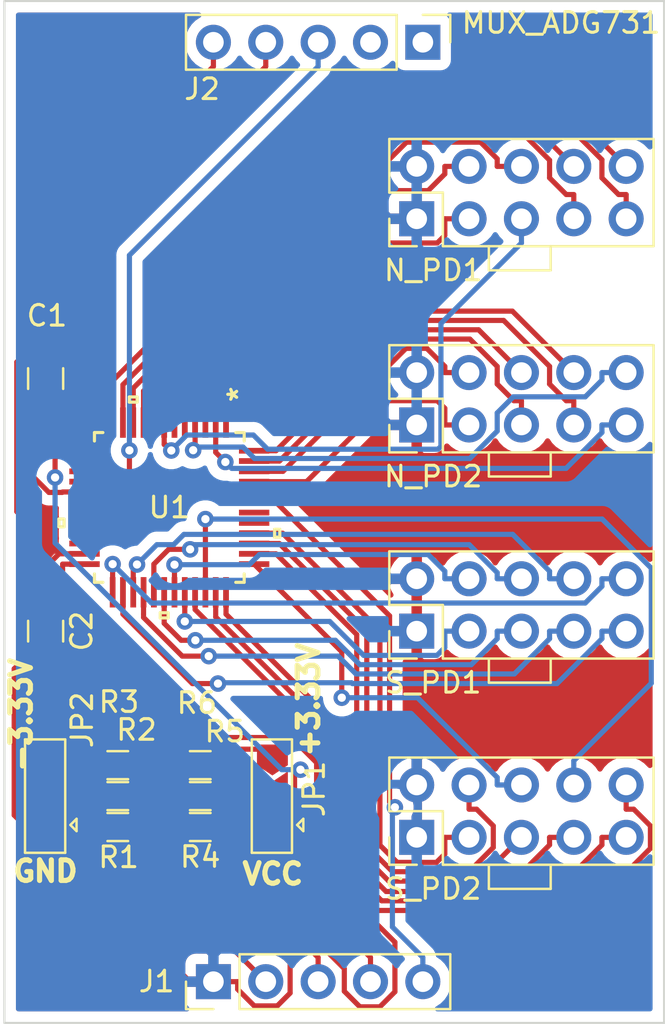
<source format=kicad_pcb>
(kicad_pcb (version 20171130) (host pcbnew "(5.1.6-0-10_14)")

  (general
    (thickness 1.6)
    (drawings 10)
    (tracks 379)
    (zones 0)
    (modules 17)
    (nets 57)
  )

  (page A4)
  (layers
    (0 F.Cu signal hide)
    (31 B.Cu signal hide)
    (32 B.Adhes user)
    (33 F.Adhes user)
    (34 B.Paste user)
    (35 F.Paste user)
    (36 B.SilkS user)
    (37 F.SilkS user)
    (38 B.Mask user)
    (39 F.Mask user)
    (40 Dwgs.User user hide)
    (41 Cmts.User user)
    (42 Eco1.User user)
    (43 Eco2.User user)
    (44 Edge.Cuts user)
    (45 Margin user)
    (46 B.CrtYd user)
    (47 F.CrtYd user)
    (48 B.Fab user)
    (49 F.Fab user hide)
  )

  (setup
    (last_trace_width 0.25)
    (trace_clearance 0.2)
    (zone_clearance 0.508)
    (zone_45_only no)
    (trace_min 0.2)
    (via_size 0.8)
    (via_drill 0.4)
    (via_min_size 0.4)
    (via_min_drill 0.3)
    (uvia_size 0.3)
    (uvia_drill 0.1)
    (uvias_allowed no)
    (uvia_min_size 0.2)
    (uvia_min_drill 0.1)
    (edge_width 0.1)
    (segment_width 0.2)
    (pcb_text_width 0.3)
    (pcb_text_size 1.5 1.5)
    (mod_edge_width 0.15)
    (mod_text_size 1 1)
    (mod_text_width 0.15)
    (pad_size 1.2 0.9)
    (pad_drill 0)
    (pad_to_mask_clearance 0)
    (aux_axis_origin 0 0)
    (visible_elements FFFFFF7F)
    (pcbplotparams
      (layerselection 0x010fc_ffffffff)
      (usegerberextensions true)
      (usegerberattributes true)
      (usegerberadvancedattributes true)
      (creategerberjobfile true)
      (excludeedgelayer true)
      (linewidth 0.100000)
      (plotframeref false)
      (viasonmask false)
      (mode 1)
      (useauxorigin false)
      (hpglpennumber 1)
      (hpglpenspeed 20)
      (hpglpendiameter 15.000000)
      (psnegative false)
      (psa4output false)
      (plotreference true)
      (plotvalue true)
      (plotinvisibletext false)
      (padsonsilk false)
      (subtractmaskfromsilk false)
      (outputformat 1)
      (mirror false)
      (drillshape 0)
      (scaleselection 1)
      (outputdirectory ""))
  )

  (net 0 "")
  (net 1 GND)
  (net 2 VDD)
  (net 3 VSS)
  (net 4 PD_MUX_OUT)
  (net 5 VCC_LOGIC)
  (net 6 -10V)
  (net 7 +10V)
  (net 8 "Net-(J2-Pad1)")
  (net 9 "Net-(J2-Pad2)")
  (net 10 PD_MUX_SPL_SCLK)
  (net 11 PD_MUX_SPI_MOSI)
  (net 12 PD_MUX_SYNC)
  (net 13 /+3.33V)
  (net 14 /-3.33V)
  (net 15 N_PD1_OUT1)
  (net 16 N_PD1_OUT2)
  (net 17 N_PD1_OUT3)
  (net 18 N_PD1_OUT4)
  (net 19 N_PD1_OUT5)
  (net 20 N_PD1_OUT6)
  (net 21 N_PD1_OUT7)
  (net 22 N_PD1_OUT8)
  (net 23 N_PD1_OUT16)
  (net 24 N_PD1_OUT15)
  (net 25 N_PD1_OUT14)
  (net 26 N_PD1_OUT13)
  (net 27 N_PD1_OUT12)
  (net 28 N_PD1_OUT10)
  (net 29 N_PD1_OUT11)
  (net 30 N_PD1_OUT9)
  (net 31 "Net-(R1-Pad2)")
  (net 32 "Net-(R4-Pad2)")
  (net 33 S_PD1_OUT8)
  (net 34 S_PD1_OUT7)
  (net 35 S_PD1_OUT6)
  (net 36 S_PD1_OUT5)
  (net 37 S_PD1_OUT4)
  (net 38 S_PD1_OUT3)
  (net 39 S_PD1_OUT2)
  (net 40 S_PD1_OUT1)
  (net 41 S_PD1_OUT9)
  (net 42 S_PD1_OUT11)
  (net 43 S_PD1_OUT10)
  (net 44 S_PD1_OUT12)
  (net 45 S_PD1_OUT13)
  (net 46 S_PD1_OUT14)
  (net 47 S_PD1_OUT15)
  (net 48 S_PD1_OUT16)
  (net 49 "Net-(U1-Pad44)")
  (net 50 "Net-(U1-Pad42)")
  (net 51 "Net-(U1-Pad41)")
  (net 52 "Net-(U1-Pad22)")
  (net 53 "Net-(U1-Pad21)")
  (net 54 "Net-(U1-Pad20)")
  (net 55 "Net-(U1-Pad16)")
  (net 56 "Net-(U1-Pad15)")

  (net_class Default "This is the default net class."
    (clearance 0.2)
    (trace_width 0.25)
    (via_dia 0.8)
    (via_drill 0.4)
    (uvia_dia 0.3)
    (uvia_drill 0.1)
    (add_net +10V)
    (add_net -10V)
    (add_net /+3.33V)
    (add_net /-3.33V)
    (add_net GND)
    (add_net N_PD1_OUT1)
    (add_net N_PD1_OUT10)
    (add_net N_PD1_OUT11)
    (add_net N_PD1_OUT12)
    (add_net N_PD1_OUT13)
    (add_net N_PD1_OUT14)
    (add_net N_PD1_OUT15)
    (add_net N_PD1_OUT16)
    (add_net N_PD1_OUT2)
    (add_net N_PD1_OUT3)
    (add_net N_PD1_OUT4)
    (add_net N_PD1_OUT5)
    (add_net N_PD1_OUT6)
    (add_net N_PD1_OUT7)
    (add_net N_PD1_OUT8)
    (add_net N_PD1_OUT9)
    (add_net "Net-(J2-Pad1)")
    (add_net "Net-(J2-Pad2)")
    (add_net "Net-(R1-Pad2)")
    (add_net "Net-(R4-Pad2)")
    (add_net "Net-(U1-Pad15)")
    (add_net "Net-(U1-Pad16)")
    (add_net "Net-(U1-Pad20)")
    (add_net "Net-(U1-Pad21)")
    (add_net "Net-(U1-Pad22)")
    (add_net "Net-(U1-Pad41)")
    (add_net "Net-(U1-Pad42)")
    (add_net "Net-(U1-Pad44)")
    (add_net PD_MUX_OUT)
    (add_net PD_MUX_SPI_MOSI)
    (add_net PD_MUX_SPL_SCLK)
    (add_net PD_MUX_SYNC)
    (add_net S_PD1_OUT1)
    (add_net S_PD1_OUT10)
    (add_net S_PD1_OUT11)
    (add_net S_PD1_OUT12)
    (add_net S_PD1_OUT13)
    (add_net S_PD1_OUT14)
    (add_net S_PD1_OUT15)
    (add_net S_PD1_OUT16)
    (add_net S_PD1_OUT2)
    (add_net S_PD1_OUT3)
    (add_net S_PD1_OUT4)
    (add_net S_PD1_OUT5)
    (add_net S_PD1_OUT6)
    (add_net S_PD1_OUT7)
    (add_net S_PD1_OUT8)
    (add_net S_PD1_OUT9)
    (add_net VCC_LOGIC)
    (add_net VDD)
    (add_net VSS)
  )

  (module Capacitors_SMD:C_0805_HandSoldering (layer F.Cu) (tedit 58AA84A8) (tstamp 5F59C461)
    (at 85 80.75 90)
    (descr "Capacitor SMD 0805, hand soldering")
    (tags "capacitor 0805")
    (path /5F579FC2)
    (attr smd)
    (fp_text reference C1 (at 3.04886 0.06206 180) (layer F.SilkS)
      (effects (font (size 1 1) (thickness 0.15)))
    )
    (fp_text value C (at 0 1.75 90) (layer F.Fab)
      (effects (font (size 1 1) (thickness 0.15)))
    )
    (fp_line (start 2.25 0.87) (end -2.25 0.87) (layer F.CrtYd) (width 0.05))
    (fp_line (start 2.25 0.87) (end 2.25 -0.88) (layer F.CrtYd) (width 0.05))
    (fp_line (start -2.25 -0.88) (end -2.25 0.87) (layer F.CrtYd) (width 0.05))
    (fp_line (start -2.25 -0.88) (end 2.25 -0.88) (layer F.CrtYd) (width 0.05))
    (fp_line (start -0.5 0.85) (end 0.5 0.85) (layer F.SilkS) (width 0.12))
    (fp_line (start 0.5 -0.85) (end -0.5 -0.85) (layer F.SilkS) (width 0.12))
    (fp_line (start -1 -0.62) (end 1 -0.62) (layer F.Fab) (width 0.1))
    (fp_line (start 1 -0.62) (end 1 0.62) (layer F.Fab) (width 0.1))
    (fp_line (start 1 0.62) (end -1 0.62) (layer F.Fab) (width 0.1))
    (fp_line (start -1 0.62) (end -1 -0.62) (layer F.Fab) (width 0.1))
    (fp_text user %R (at 0 -1.75 90) (layer F.Fab)
      (effects (font (size 1 1) (thickness 0.15)))
    )
    (pad 2 smd rect (at 1.25 0 90) (size 1.5 1.25) (layers F.Cu F.Paste F.Mask)
      (net 1 GND))
    (pad 1 smd rect (at -1.25 0 90) (size 1.5 1.25) (layers F.Cu F.Paste F.Mask)
      (net 2 VDD))
    (model Capacitors_SMD.3dshapes/C_0805.wrl
      (at (xyz 0 0 0))
      (scale (xyz 1 1 1))
      (rotate (xyz 0 0 0))
    )
  )

  (module Capacitors_SMD:C_0805_HandSoldering (layer F.Cu) (tedit 58AA84A8) (tstamp 5F59C472)
    (at 85 93 270)
    (descr "Capacitor SMD 0805, hand soldering")
    (tags "capacitor 0805")
    (path /5F57B129)
    (attr smd)
    (fp_text reference C2 (at 0 -1.75 90) (layer F.SilkS)
      (effects (font (size 1 1) (thickness 0.15)))
    )
    (fp_text value C (at 0 1.75 90) (layer F.Fab)
      (effects (font (size 1 1) (thickness 0.15)))
    )
    (fp_line (start -1 0.62) (end -1 -0.62) (layer F.Fab) (width 0.1))
    (fp_line (start 1 0.62) (end -1 0.62) (layer F.Fab) (width 0.1))
    (fp_line (start 1 -0.62) (end 1 0.62) (layer F.Fab) (width 0.1))
    (fp_line (start -1 -0.62) (end 1 -0.62) (layer F.Fab) (width 0.1))
    (fp_line (start 0.5 -0.85) (end -0.5 -0.85) (layer F.SilkS) (width 0.12))
    (fp_line (start -0.5 0.85) (end 0.5 0.85) (layer F.SilkS) (width 0.12))
    (fp_line (start -2.25 -0.88) (end 2.25 -0.88) (layer F.CrtYd) (width 0.05))
    (fp_line (start -2.25 -0.88) (end -2.25 0.87) (layer F.CrtYd) (width 0.05))
    (fp_line (start 2.25 0.87) (end 2.25 -0.88) (layer F.CrtYd) (width 0.05))
    (fp_line (start 2.25 0.87) (end -2.25 0.87) (layer F.CrtYd) (width 0.05))
    (fp_text user %R (at 0 -1.75 90) (layer F.Fab)
      (effects (font (size 1 1) (thickness 0.15)))
    )
    (pad 1 smd rect (at -1.25 0 270) (size 1.5 1.25) (layers F.Cu F.Paste F.Mask)
      (net 3 VSS))
    (pad 2 smd rect (at 1.25 0 270) (size 1.5 1.25) (layers F.Cu F.Paste F.Mask)
      (net 1 GND))
    (model Capacitors_SMD.3dshapes/C_0805.wrl
      (at (xyz 0 0 0))
      (scale (xyz 1 1 1))
      (rotate (xyz 0 0 0))
    )
  )

  (module Pin_Headers:Pin_Header_Straight_1x05_Pitch2.54mm (layer F.Cu) (tedit 59650532) (tstamp 5F59C48B)
    (at 93.138 110 90)
    (descr "Through hole straight pin header, 1x05, 2.54mm pitch, single row")
    (tags "Through hole pin header THT 1x05 2.54mm single row")
    (path /5F5948A2)
    (fp_text reference J1 (at 0.01038 -2.75464 180) (layer F.SilkS)
      (effects (font (size 1 1) (thickness 0.15)))
    )
    (fp_text value Conn_01x05_Male (at 0 12.49 90) (layer F.Fab)
      (effects (font (size 1 1) (thickness 0.15)))
    )
    (fp_line (start 1.8 -1.8) (end -1.8 -1.8) (layer F.CrtYd) (width 0.05))
    (fp_line (start 1.8 11.95) (end 1.8 -1.8) (layer F.CrtYd) (width 0.05))
    (fp_line (start -1.8 11.95) (end 1.8 11.95) (layer F.CrtYd) (width 0.05))
    (fp_line (start -1.8 -1.8) (end -1.8 11.95) (layer F.CrtYd) (width 0.05))
    (fp_line (start -1.33 -1.33) (end 0 -1.33) (layer F.SilkS) (width 0.12))
    (fp_line (start -1.33 0) (end -1.33 -1.33) (layer F.SilkS) (width 0.12))
    (fp_line (start -1.33 1.27) (end 1.33 1.27) (layer F.SilkS) (width 0.12))
    (fp_line (start 1.33 1.27) (end 1.33 11.49) (layer F.SilkS) (width 0.12))
    (fp_line (start -1.33 1.27) (end -1.33 11.49) (layer F.SilkS) (width 0.12))
    (fp_line (start -1.33 11.49) (end 1.33 11.49) (layer F.SilkS) (width 0.12))
    (fp_line (start -1.27 -0.635) (end -0.635 -1.27) (layer F.Fab) (width 0.1))
    (fp_line (start -1.27 11.43) (end -1.27 -0.635) (layer F.Fab) (width 0.1))
    (fp_line (start 1.27 11.43) (end -1.27 11.43) (layer F.Fab) (width 0.1))
    (fp_line (start 1.27 -1.27) (end 1.27 11.43) (layer F.Fab) (width 0.1))
    (fp_line (start -0.635 -1.27) (end 1.27 -1.27) (layer F.Fab) (width 0.1))
    (fp_text user %R (at 0 5.08) (layer F.Fab)
      (effects (font (size 1 1) (thickness 0.15)))
    )
    (pad 5 thru_hole oval (at 0 10.16 90) (size 1.7 1.7) (drill 1) (layers *.Cu *.Mask)
      (net 4 PD_MUX_OUT))
    (pad 4 thru_hole oval (at 0 7.62 90) (size 1.7 1.7) (drill 1) (layers *.Cu *.Mask)
      (net 5 VCC_LOGIC))
    (pad 3 thru_hole oval (at 0 5.08 90) (size 1.7 1.7) (drill 1) (layers *.Cu *.Mask)
      (net 6 -10V))
    (pad 2 thru_hole oval (at 0 2.54 90) (size 1.7 1.7) (drill 1) (layers *.Cu *.Mask)
      (net 7 +10V))
    (pad 1 thru_hole rect (at 0 0 90) (size 1.7 1.7) (drill 1) (layers *.Cu *.Mask)
      (net 1 GND))
    (model ${KISYS3DMOD}/Pin_Headers.3dshapes/Pin_Header_Straight_1x05_Pitch2.54mm.wrl
      (at (xyz 0 0 0))
      (scale (xyz 1 1 1))
      (rotate (xyz 0 0 0))
    )
  )

  (module Pin_Headers:Pin_Header_Straight_1x05_Pitch2.54mm (layer F.Cu) (tedit 59650532) (tstamp 5F59C4A4)
    (at 103.298 64.44 270)
    (descr "Through hole straight pin header, 1x05, 2.54mm pitch, single row")
    (tags "Through hole pin header THT 1x05 2.54mm single row")
    (path /5F5950CF)
    (fp_text reference J2 (at 2.2731 10.70738 180) (layer F.SilkS)
      (effects (font (size 1 1) (thickness 0.15)))
    )
    (fp_text value Conn_01x05_Male (at 0 12.49 90) (layer F.Fab)
      (effects (font (size 1 1) (thickness 0.15)))
    )
    (fp_line (start -0.635 -1.27) (end 1.27 -1.27) (layer F.Fab) (width 0.1))
    (fp_line (start 1.27 -1.27) (end 1.27 11.43) (layer F.Fab) (width 0.1))
    (fp_line (start 1.27 11.43) (end -1.27 11.43) (layer F.Fab) (width 0.1))
    (fp_line (start -1.27 11.43) (end -1.27 -0.635) (layer F.Fab) (width 0.1))
    (fp_line (start -1.27 -0.635) (end -0.635 -1.27) (layer F.Fab) (width 0.1))
    (fp_line (start -1.33 11.49) (end 1.33 11.49) (layer F.SilkS) (width 0.12))
    (fp_line (start -1.33 1.27) (end -1.33 11.49) (layer F.SilkS) (width 0.12))
    (fp_line (start 1.33 1.27) (end 1.33 11.49) (layer F.SilkS) (width 0.12))
    (fp_line (start -1.33 1.27) (end 1.33 1.27) (layer F.SilkS) (width 0.12))
    (fp_line (start -1.33 0) (end -1.33 -1.33) (layer F.SilkS) (width 0.12))
    (fp_line (start -1.33 -1.33) (end 0 -1.33) (layer F.SilkS) (width 0.12))
    (fp_line (start -1.8 -1.8) (end -1.8 11.95) (layer F.CrtYd) (width 0.05))
    (fp_line (start -1.8 11.95) (end 1.8 11.95) (layer F.CrtYd) (width 0.05))
    (fp_line (start 1.8 11.95) (end 1.8 -1.8) (layer F.CrtYd) (width 0.05))
    (fp_line (start 1.8 -1.8) (end -1.8 -1.8) (layer F.CrtYd) (width 0.05))
    (fp_text user %R (at 0 5.08) (layer F.Fab)
      (effects (font (size 1 1) (thickness 0.15)))
    )
    (pad 1 thru_hole rect (at 0 0 270) (size 1.7 1.7) (drill 1) (layers *.Cu *.Mask)
      (net 8 "Net-(J2-Pad1)"))
    (pad 2 thru_hole oval (at 0 2.54 270) (size 1.7 1.7) (drill 1) (layers *.Cu *.Mask)
      (net 9 "Net-(J2-Pad2)"))
    (pad 3 thru_hole oval (at 0 5.08 270) (size 1.7 1.7) (drill 1) (layers *.Cu *.Mask)
      (net 10 PD_MUX_SPL_SCLK))
    (pad 4 thru_hole oval (at 0 7.62 270) (size 1.7 1.7) (drill 1) (layers *.Cu *.Mask)
      (net 11 PD_MUX_SPI_MOSI))
    (pad 5 thru_hole oval (at 0 10.16 270) (size 1.7 1.7) (drill 1) (layers *.Cu *.Mask)
      (net 12 PD_MUX_SYNC))
    (model ${KISYS3DMOD}/Pin_Headers.3dshapes/Pin_Header_Straight_1x05_Pitch2.54mm.wrl
      (at (xyz 0 0 0))
      (scale (xyz 1 1 1))
      (rotate (xyz 0 0 0))
    )
  )

  (module Jumper:SolderJumper-3_P2.0mm_Open_TrianglePad1.0x1.5mm (layer F.Cu) (tedit 5A64803D) (tstamp 5F59FCBA)
    (at 96 101 90)
    (descr "SMD Solder Jumper, 1x1.5mm Triangular Pads, 0.3mm gap, open")
    (tags "solder jumper open")
    (path /5F5E99B2)
    (attr virtual)
    (fp_text reference JP1 (at 0.34742 2.0186 270) (layer F.SilkS)
      (effects (font (size 1 1) (thickness 0.15)))
    )
    (fp_text value Jumper_3_Open (at 0.725 1.925 90) (layer F.Fab)
      (effects (font (size 1 1) (thickness 0.15)))
    )
    (fp_line (start -1.1 1.5) (end -1.4 1.2) (layer F.SilkS) (width 0.12))
    (fp_line (start -1.7 1.5) (end -1.1 1.5) (layer F.SilkS) (width 0.12))
    (fp_line (start -1.4 1.2) (end -1.7 1.5) (layer F.SilkS) (width 0.12))
    (fp_line (start -2.75 0.95) (end -2.75 -1) (layer F.SilkS) (width 0.12))
    (fp_line (start 2.75 0.95) (end -2.75 0.95) (layer F.SilkS) (width 0.12))
    (fp_line (start 2.75 -1) (end 2.75 0.95) (layer F.SilkS) (width 0.12))
    (fp_line (start -2.75 -1) (end 2.75 -1) (layer F.SilkS) (width 0.12))
    (fp_line (start -2.98 -1.27) (end 3 -1.27) (layer F.CrtYd) (width 0.05))
    (fp_line (start -2.98 -1.27) (end -2.98 1.25) (layer F.CrtYd) (width 0.05))
    (fp_line (start 3 1.25) (end 3 -1.27) (layer F.CrtYd) (width 0.05))
    (fp_line (start 3 1.25) (end -2.98 1.25) (layer F.CrtYd) (width 0.05))
    (pad "" smd rect (at 1.2 0 90) (size 1.5 1.5) (layers F.Mask))
    (pad "" smd rect (at -1.2 0 90) (size 1.5 1.5) (layers F.Mask))
    (pad 1 smd custom (at -2 0 90) (size 0.3 0.3) (layers F.Cu F.Mask)
      (net 5 VCC_LOGIC) (zone_connect 2)
      (options (clearance outline) (anchor rect))
      (primitives
        (gr_poly (pts
           (xy -0.5 -0.75) (xy 0.5 -0.75) (xy 1 0) (xy 0.5 0.75) (xy -0.5 0.75)
) (width 0))
      ))
    (pad 2 smd custom (at 0 0 90) (size 0.3 0.3) (layers F.Cu)
      (net 2 VDD) (zone_connect 2)
      (options (clearance outline) (anchor rect))
      (primitives
        (gr_poly (pts
           (xy -1.2 -0.75) (xy 1.2 -0.75) (xy 0.7 0) (xy 1.2 0.75) (xy -1.2 0.75)
           (xy -0.7 0)) (width 0))
      ))
    (pad 3 smd custom (at 2 0 270) (size 0.3 0.3) (layers F.Cu F.Mask)
      (net 13 /+3.33V) (zone_connect 2)
      (options (clearance outline) (anchor rect))
      (primitives
        (gr_poly (pts
           (xy -0.5 -0.75) (xy 0.5 -0.75) (xy 1 0) (xy 0.5 0.75) (xy -0.5 0.75)
) (width 0))
      ))
  )

  (module Jumper:SolderJumper-3_P2.0mm_Open_TrianglePad1.0x1.5mm (layer F.Cu) (tedit 5A64803D) (tstamp 5F59C4CC)
    (at 85 101 90)
    (descr "SMD Solder Jumper, 1x1.5mm Triangular Pads, 0.3mm gap, open")
    (tags "solder jumper open")
    (path /5F5EACA3)
    (attr virtual)
    (fp_text reference JP2 (at 3.69514 1.77148 90) (layer F.SilkS)
      (effects (font (size 1 1) (thickness 0.15)))
    )
    (fp_text value Jumper_3_Open (at 0.725 1.925 90) (layer F.Fab)
      (effects (font (size 1 1) (thickness 0.15)))
    )
    (fp_line (start 3 1.25) (end -2.98 1.25) (layer F.CrtYd) (width 0.05))
    (fp_line (start 3 1.25) (end 3 -1.27) (layer F.CrtYd) (width 0.05))
    (fp_line (start -2.98 -1.27) (end -2.98 1.25) (layer F.CrtYd) (width 0.05))
    (fp_line (start -2.98 -1.27) (end 3 -1.27) (layer F.CrtYd) (width 0.05))
    (fp_line (start -2.75 -1) (end 2.75 -1) (layer F.SilkS) (width 0.12))
    (fp_line (start 2.75 -1) (end 2.75 0.95) (layer F.SilkS) (width 0.12))
    (fp_line (start 2.75 0.95) (end -2.75 0.95) (layer F.SilkS) (width 0.12))
    (fp_line (start -2.75 0.95) (end -2.75 -1) (layer F.SilkS) (width 0.12))
    (fp_line (start -1.4 1.2) (end -1.7 1.5) (layer F.SilkS) (width 0.12))
    (fp_line (start -1.7 1.5) (end -1.1 1.5) (layer F.SilkS) (width 0.12))
    (fp_line (start -1.1 1.5) (end -1.4 1.2) (layer F.SilkS) (width 0.12))
    (pad 3 smd custom (at 2 0 270) (size 0.3 0.3) (layers F.Cu F.Mask)
      (net 14 /-3.33V) (zone_connect 2)
      (options (clearance outline) (anchor rect))
      (primitives
        (gr_poly (pts
           (xy -0.5 -0.75) (xy 0.5 -0.75) (xy 1 0) (xy 0.5 0.75) (xy -0.5 0.75)
) (width 0))
      ))
    (pad 2 smd custom (at 0 0 90) (size 0.3 0.3) (layers F.Cu)
      (net 3 VSS) (zone_connect 2)
      (options (clearance outline) (anchor rect))
      (primitives
        (gr_poly (pts
           (xy -1.2 -0.75) (xy 1.2 -0.75) (xy 0.7 0) (xy 1.2 0.75) (xy -1.2 0.75)
           (xy -0.7 0)) (width 0))
      ))
    (pad 1 smd custom (at -2 0 90) (size 0.3 0.3) (layers F.Cu F.Mask)
      (net 1 GND) (zone_connect 2)
      (options (clearance outline) (anchor rect))
      (primitives
        (gr_poly (pts
           (xy -0.5 -0.75) (xy 0.5 -0.75) (xy 1 0) (xy 0.5 0.75) (xy -0.5 0.75)
) (width 0))
      ))
    (pad "" smd rect (at -1.2 0 90) (size 1.5 1.5) (layers F.Mask))
    (pad "" smd rect (at 1.2 0 90) (size 1.5 1.5) (layers F.Mask))
  )

  (module Ninja-qPCR:Con_2x05 (layer F.Cu) (tedit 5F583882) (tstamp 5F59C4EF)
    (at 103 73 90)
    (descr "Through hole straight pin header, 2x05, 2.54mm pitch, double rows")
    (tags "Through hole pin header THT 2x05 2.54mm double row")
    (path /5F45F341)
    (fp_text reference N_PD1 (at -2.5 0.8 180) (layer F.SilkS)
      (effects (font (size 1 1) (thickness 0.15)))
    )
    (fp_text value Conn_02x05 (at 1.27 12.49 90) (layer F.Fab)
      (effects (font (size 1 1) (thickness 0.15)))
    )
    (fp_line (start 4.35 -1.8) (end -1.8 -1.8) (layer F.CrtYd) (width 0.05))
    (fp_line (start 4.35 11.95) (end 4.35 -1.8) (layer F.CrtYd) (width 0.05))
    (fp_line (start -1.8 11.95) (end 4.35 11.95) (layer F.CrtYd) (width 0.05))
    (fp_line (start -1.8 -1.8) (end -1.8 11.95) (layer F.CrtYd) (width 0.05))
    (fp_line (start -1.33 -1.33) (end 0 -1.33) (layer F.SilkS) (width 0.12))
    (fp_line (start -1.33 0) (end -1.33 -1.33) (layer F.SilkS) (width 0.12))
    (fp_line (start 1.27 -1.33) (end 3.87 -1.33) (layer F.SilkS) (width 0.12))
    (fp_line (start 1.27 1.27) (end 1.27 -1.33) (layer F.SilkS) (width 0.12))
    (fp_line (start -1.33 1.27) (end 1.27 1.27) (layer F.SilkS) (width 0.12))
    (fp_line (start 3.87 -1.33) (end 3.87 11.49) (layer F.SilkS) (width 0.12))
    (fp_line (start -1.33 1.27) (end -1.33 11.49) (layer F.SilkS) (width 0.12))
    (fp_line (start -1.33 11.49) (end 3.87 11.49) (layer F.SilkS) (width 0.12))
    (fp_line (start -1.27 0) (end 0 -1.27) (layer F.Fab) (width 0.1))
    (fp_line (start -1.27 11.43) (end -1.27 0) (layer F.Fab) (width 0.1))
    (fp_line (start 3.81 11.43) (end -1.27 11.43) (layer F.Fab) (width 0.1))
    (fp_line (start 3.81 -1.27) (end 3.81 11.43) (layer F.Fab) (width 0.1))
    (fp_line (start 0 -1.27) (end 3.81 -1.27) (layer F.Fab) (width 0.1))
    (fp_line (start -1.33 3.5) (end -2.5 3.5) (layer F.SilkS) (width 0.12))
    (fp_line (start -2.5 3.5) (end -2.5 6.5) (layer F.SilkS) (width 0.12))
    (fp_line (start -2.5 6.5) (end -1.33 6.5) (layer F.SilkS) (width 0.12))
    (fp_text user %R (at 1.27 5.08) (layer F.Fab)
      (effects (font (size 1 1) (thickness 0.15)))
    )
    (pad 10 thru_hole oval (at 2.54 10.16 90) (size 1.7 1.7) (drill 1) (layers *.Cu *.Mask)
      (net 15 N_PD1_OUT1))
    (pad 9 thru_hole oval (at 0 10.16 90) (size 1.7 1.7) (drill 1) (layers *.Cu *.Mask)
      (net 16 N_PD1_OUT2))
    (pad 8 thru_hole oval (at 2.54 7.62 90) (size 1.7 1.7) (drill 1) (layers *.Cu *.Mask)
      (net 17 N_PD1_OUT3))
    (pad 7 thru_hole oval (at 0 7.62 90) (size 1.7 1.7) (drill 1) (layers *.Cu *.Mask)
      (net 18 N_PD1_OUT4))
    (pad 6 thru_hole oval (at 2.54 5.08 90) (size 1.7 1.7) (drill 1) (layers *.Cu *.Mask)
      (net 19 N_PD1_OUT5))
    (pad 5 thru_hole oval (at 0 5.08 90) (size 1.7 1.7) (drill 1) (layers *.Cu *.Mask)
      (net 20 N_PD1_OUT6))
    (pad 4 thru_hole oval (at 2.54 2.54 90) (size 1.7 1.7) (drill 1) (layers *.Cu *.Mask)
      (net 21 N_PD1_OUT7))
    (pad 3 thru_hole oval (at 0 2.54 90) (size 1.7 1.7) (drill 1) (layers *.Cu *.Mask)
      (net 22 N_PD1_OUT8))
    (pad 2 thru_hole oval (at 2.54 0 90) (size 1.7 1.7) (drill 1) (layers *.Cu *.Mask)
      (net 1 GND))
    (pad 1 thru_hole rect (at 0 0 90) (size 1.7 1.7) (drill 1) (layers *.Cu *.Mask)
      (net 1 GND))
    (model ${KISYS3DMOD}/Pin_Headers.3dshapes/Pin_Header_Straight_2x05_Pitch2.54mm.wrl
      (at (xyz 0 0 0))
      (scale (xyz 1 1 1))
      (rotate (xyz 0 0 0))
    )
  )

  (module Ninja-qPCR:Con_2x05 (layer F.Cu) (tedit 5F583882) (tstamp 5F59C512)
    (at 103 83 90)
    (descr "Through hole straight pin header, 2x05, 2.54mm pitch, double rows")
    (tags "Through hole pin header THT 2x05 2.54mm double row")
    (path /5F46510A)
    (fp_text reference N_PD2 (at -2.5 0.8 180) (layer F.SilkS)
      (effects (font (size 1 1) (thickness 0.15)))
    )
    (fp_text value Conn_02x05 (at 1.27 12.49 90) (layer F.Fab)
      (effects (font (size 1 1) (thickness 0.15)))
    )
    (fp_line (start -2.5 6.5) (end -1.33 6.5) (layer F.SilkS) (width 0.12))
    (fp_line (start -2.5 3.5) (end -2.5 6.5) (layer F.SilkS) (width 0.12))
    (fp_line (start -1.33 3.5) (end -2.5 3.5) (layer F.SilkS) (width 0.12))
    (fp_line (start 0 -1.27) (end 3.81 -1.27) (layer F.Fab) (width 0.1))
    (fp_line (start 3.81 -1.27) (end 3.81 11.43) (layer F.Fab) (width 0.1))
    (fp_line (start 3.81 11.43) (end -1.27 11.43) (layer F.Fab) (width 0.1))
    (fp_line (start -1.27 11.43) (end -1.27 0) (layer F.Fab) (width 0.1))
    (fp_line (start -1.27 0) (end 0 -1.27) (layer F.Fab) (width 0.1))
    (fp_line (start -1.33 11.49) (end 3.87 11.49) (layer F.SilkS) (width 0.12))
    (fp_line (start -1.33 1.27) (end -1.33 11.49) (layer F.SilkS) (width 0.12))
    (fp_line (start 3.87 -1.33) (end 3.87 11.49) (layer F.SilkS) (width 0.12))
    (fp_line (start -1.33 1.27) (end 1.27 1.27) (layer F.SilkS) (width 0.12))
    (fp_line (start 1.27 1.27) (end 1.27 -1.33) (layer F.SilkS) (width 0.12))
    (fp_line (start 1.27 -1.33) (end 3.87 -1.33) (layer F.SilkS) (width 0.12))
    (fp_line (start -1.33 0) (end -1.33 -1.33) (layer F.SilkS) (width 0.12))
    (fp_line (start -1.33 -1.33) (end 0 -1.33) (layer F.SilkS) (width 0.12))
    (fp_line (start -1.8 -1.8) (end -1.8 11.95) (layer F.CrtYd) (width 0.05))
    (fp_line (start -1.8 11.95) (end 4.35 11.95) (layer F.CrtYd) (width 0.05))
    (fp_line (start 4.35 11.95) (end 4.35 -1.8) (layer F.CrtYd) (width 0.05))
    (fp_line (start 4.35 -1.8) (end -1.8 -1.8) (layer F.CrtYd) (width 0.05))
    (fp_text user %R (at 1.27 5.08) (layer F.Fab)
      (effects (font (size 1 1) (thickness 0.15)))
    )
    (pad 1 thru_hole rect (at 0 0 90) (size 1.7 1.7) (drill 1) (layers *.Cu *.Mask)
      (net 1 GND))
    (pad 2 thru_hole oval (at 2.54 0 90) (size 1.7 1.7) (drill 1) (layers *.Cu *.Mask)
      (net 1 GND))
    (pad 3 thru_hole oval (at 0 2.54 90) (size 1.7 1.7) (drill 1) (layers *.Cu *.Mask)
      (net 23 N_PD1_OUT16))
    (pad 4 thru_hole oval (at 2.54 2.54 90) (size 1.7 1.7) (drill 1) (layers *.Cu *.Mask)
      (net 24 N_PD1_OUT15))
    (pad 5 thru_hole oval (at 0 5.08 90) (size 1.7 1.7) (drill 1) (layers *.Cu *.Mask)
      (net 25 N_PD1_OUT14))
    (pad 6 thru_hole oval (at 2.54 5.08 90) (size 1.7 1.7) (drill 1) (layers *.Cu *.Mask)
      (net 26 N_PD1_OUT13))
    (pad 7 thru_hole oval (at 0 7.62 90) (size 1.7 1.7) (drill 1) (layers *.Cu *.Mask)
      (net 27 N_PD1_OUT12))
    (pad 8 thru_hole oval (at 2.54 7.62 90) (size 1.7 1.7) (drill 1) (layers *.Cu *.Mask)
      (net 28 N_PD1_OUT10))
    (pad 9 thru_hole oval (at 0 10.16 90) (size 1.7 1.7) (drill 1) (layers *.Cu *.Mask)
      (net 29 N_PD1_OUT11))
    (pad 10 thru_hole oval (at 2.54 10.16 90) (size 1.7 1.7) (drill 1) (layers *.Cu *.Mask)
      (net 30 N_PD1_OUT9))
    (model ${KISYS3DMOD}/Pin_Headers.3dshapes/Pin_Header_Straight_2x05_Pitch2.54mm.wrl
      (at (xyz 0 0 0))
      (scale (xyz 1 1 1))
      (rotate (xyz 0 0 0))
    )
  )

  (module Resistors_SMD:R_0603_HandSoldering (layer F.Cu) (tedit 58E0A804) (tstamp 5F59FA90)
    (at 88.5 102.5)
    (descr "Resistor SMD 0603, hand soldering")
    (tags "resistor 0603")
    (path /5F583415)
    (attr smd)
    (fp_text reference R1 (at 0.03678 1.46474) (layer F.SilkS)
      (effects (font (size 1 1) (thickness 0.15)))
    )
    (fp_text value R (at 0 1.55) (layer F.Fab)
      (effects (font (size 1 1) (thickness 0.15)))
    )
    (fp_line (start 1.95 0.7) (end -1.96 0.7) (layer F.CrtYd) (width 0.05))
    (fp_line (start 1.95 0.7) (end 1.95 -0.7) (layer F.CrtYd) (width 0.05))
    (fp_line (start -1.96 -0.7) (end -1.96 0.7) (layer F.CrtYd) (width 0.05))
    (fp_line (start -1.96 -0.7) (end 1.95 -0.7) (layer F.CrtYd) (width 0.05))
    (fp_line (start -0.5 -0.68) (end 0.5 -0.68) (layer F.SilkS) (width 0.12))
    (fp_line (start 0.5 0.68) (end -0.5 0.68) (layer F.SilkS) (width 0.12))
    (fp_line (start -0.8 -0.4) (end 0.8 -0.4) (layer F.Fab) (width 0.1))
    (fp_line (start 0.8 -0.4) (end 0.8 0.4) (layer F.Fab) (width 0.1))
    (fp_line (start 0.8 0.4) (end -0.8 0.4) (layer F.Fab) (width 0.1))
    (fp_line (start -0.8 0.4) (end -0.8 -0.4) (layer F.Fab) (width 0.1))
    (fp_text user %R (at 0 0) (layer F.Fab)
      (effects (font (size 0.4 0.4) (thickness 0.075)))
    )
    (pad 2 smd rect (at 1.1 0) (size 1.2 0.9) (layers F.Cu F.Paste F.Mask)
      (net 31 "Net-(R1-Pad2)"))
    (pad 1 smd rect (at -1.1 0) (size 1.2 0.9) (layers F.Cu F.Paste F.Mask)
      (net 7 +10V))
    (model ${KISYS3DMOD}/Resistors_SMD.3dshapes/R_0603.wrl
      (at (xyz 0 0 0))
      (scale (xyz 1 1 1))
      (rotate (xyz 0 0 0))
    )
  )

  (module Resistors_SMD:R_0603_HandSoldering (layer F.Cu) (tedit 5F59C488) (tstamp 5F59C534)
    (at 88.5 101 180)
    (descr "Resistor SMD 0603, hand soldering")
    (tags "resistor 0603")
    (path /5F582D94)
    (attr smd)
    (fp_text reference R2 (at -0.908 3.21254) (layer F.SilkS)
      (effects (font (size 1 1) (thickness 0.15)))
    )
    (fp_text value R (at 0 1.55) (layer F.Fab)
      (effects (font (size 1 1) (thickness 0.15)))
    )
    (fp_line (start -0.8 0.4) (end -0.8 -0.4) (layer F.Fab) (width 0.1))
    (fp_line (start 0.8 0.4) (end -0.8 0.4) (layer F.Fab) (width 0.1))
    (fp_line (start 0.8 -0.4) (end 0.8 0.4) (layer F.Fab) (width 0.1))
    (fp_line (start -0.8 -0.4) (end 0.8 -0.4) (layer F.Fab) (width 0.1))
    (fp_line (start 0.5 0.68) (end -0.5 0.68) (layer F.SilkS) (width 0.12))
    (fp_line (start -0.5 -0.68) (end 0.5 -0.68) (layer F.SilkS) (width 0.12))
    (fp_line (start -1.96 -0.7) (end 1.95 -0.7) (layer F.CrtYd) (width 0.05))
    (fp_line (start -1.96 -0.7) (end -1.96 0.7) (layer F.CrtYd) (width 0.05))
    (fp_line (start 1.95 0.7) (end 1.95 -0.7) (layer F.CrtYd) (width 0.05))
    (fp_line (start 1.95 0.7) (end -1.96 0.7) (layer F.CrtYd) (width 0.05))
    (fp_text user %R (at 0 0) (layer F.Fab)
      (effects (font (size 0.4 0.4) (thickness 0.075)))
    )
    (pad 1 smd rect (at -1.1 0 180) (size 1.2 0.9) (layers F.Cu F.Paste F.Mask)
      (net 31 "Net-(R1-Pad2)"))
    (pad 2 smd rect (at 1.1 0 180) (size 1.2 0.9) (layers F.Cu F.Paste F.Mask)
      (net 13 /+3.33V))
    (model ${KISYS3DMOD}/Resistors_SMD.3dshapes/R_0603.wrl
      (at (xyz 0 0 0))
      (scale (xyz 1 1 1))
      (rotate (xyz 0 0 0))
    )
  )

  (module Resistors_SMD:R_0603_HandSoldering (layer F.Cu) (tedit 58E0A804) (tstamp 5F59C545)
    (at 88.5 99.5)
    (descr "Resistor SMD 0603, hand soldering")
    (tags "resistor 0603")
    (path /5F582087)
    (attr smd)
    (fp_text reference R3 (at 0.0571 -3.06382) (layer F.SilkS)
      (effects (font (size 1 1) (thickness 0.15)))
    )
    (fp_text value R (at 0 1.55) (layer F.Fab)
      (effects (font (size 1 1) (thickness 0.15)))
    )
    (fp_line (start 1.95 0.7) (end -1.96 0.7) (layer F.CrtYd) (width 0.05))
    (fp_line (start 1.95 0.7) (end 1.95 -0.7) (layer F.CrtYd) (width 0.05))
    (fp_line (start -1.96 -0.7) (end -1.96 0.7) (layer F.CrtYd) (width 0.05))
    (fp_line (start -1.96 -0.7) (end 1.95 -0.7) (layer F.CrtYd) (width 0.05))
    (fp_line (start -0.5 -0.68) (end 0.5 -0.68) (layer F.SilkS) (width 0.12))
    (fp_line (start 0.5 0.68) (end -0.5 0.68) (layer F.SilkS) (width 0.12))
    (fp_line (start -0.8 -0.4) (end 0.8 -0.4) (layer F.Fab) (width 0.1))
    (fp_line (start 0.8 -0.4) (end 0.8 0.4) (layer F.Fab) (width 0.1))
    (fp_line (start 0.8 0.4) (end -0.8 0.4) (layer F.Fab) (width 0.1))
    (fp_line (start -0.8 0.4) (end -0.8 -0.4) (layer F.Fab) (width 0.1))
    (fp_text user %R (at 0 0) (layer F.Fab)
      (effects (font (size 0.4 0.4) (thickness 0.075)))
    )
    (pad 2 smd rect (at 1.1 0) (size 1.2 0.9) (layers F.Cu F.Paste F.Mask)
      (net 1 GND))
    (pad 1 smd rect (at -1.1 0) (size 1.2 0.9) (layers F.Cu F.Paste F.Mask)
      (net 13 /+3.33V))
    (model ${KISYS3DMOD}/Resistors_SMD.3dshapes/R_0603.wrl
      (at (xyz 0 0 0))
      (scale (xyz 1 1 1))
      (rotate (xyz 0 0 0))
    )
  )

  (module Resistors_SMD:R_0603_HandSoldering (layer F.Cu) (tedit 58E0A804) (tstamp 5F59C556)
    (at 92.5 102.5 180)
    (descr "Resistor SMD 0603, hand soldering")
    (tags "resistor 0603")
    (path /5F585C5E)
    (attr smd)
    (fp_text reference R4 (at 0 -1.45) (layer F.SilkS)
      (effects (font (size 1 1) (thickness 0.15)))
    )
    (fp_text value R (at 0 1.55) (layer F.Fab)
      (effects (font (size 1 1) (thickness 0.15)))
    )
    (fp_line (start -0.8 0.4) (end -0.8 -0.4) (layer F.Fab) (width 0.1))
    (fp_line (start 0.8 0.4) (end -0.8 0.4) (layer F.Fab) (width 0.1))
    (fp_line (start 0.8 -0.4) (end 0.8 0.4) (layer F.Fab) (width 0.1))
    (fp_line (start -0.8 -0.4) (end 0.8 -0.4) (layer F.Fab) (width 0.1))
    (fp_line (start 0.5 0.68) (end -0.5 0.68) (layer F.SilkS) (width 0.12))
    (fp_line (start -0.5 -0.68) (end 0.5 -0.68) (layer F.SilkS) (width 0.12))
    (fp_line (start -1.96 -0.7) (end 1.95 -0.7) (layer F.CrtYd) (width 0.05))
    (fp_line (start -1.96 -0.7) (end -1.96 0.7) (layer F.CrtYd) (width 0.05))
    (fp_line (start 1.95 0.7) (end 1.95 -0.7) (layer F.CrtYd) (width 0.05))
    (fp_line (start 1.95 0.7) (end -1.96 0.7) (layer F.CrtYd) (width 0.05))
    (fp_text user %R (at 0 0) (layer F.Fab)
      (effects (font (size 0.4 0.4) (thickness 0.075)))
    )
    (pad 1 smd rect (at -1.1 0 180) (size 1.2 0.9) (layers F.Cu F.Paste F.Mask)
      (net 6 -10V))
    (pad 2 smd rect (at 1.1 0 180) (size 1.2 0.9) (layers F.Cu F.Paste F.Mask)
      (net 32 "Net-(R4-Pad2)"))
    (model ${KISYS3DMOD}/Resistors_SMD.3dshapes/R_0603.wrl
      (at (xyz 0 0 0))
      (scale (xyz 1 1 1))
      (rotate (xyz 0 0 0))
    )
  )

  (module Resistors_SMD:R_0603_HandSoldering (layer F.Cu) (tedit 58E0A804) (tstamp 5F59C567)
    (at 92.5 101)
    (descr "Resistor SMD 0603, hand soldering")
    (tags "resistor 0603")
    (path /5F585C58)
    (attr smd)
    (fp_text reference R5 (at 1.19044 -3.13126) (layer F.SilkS)
      (effects (font (size 1 1) (thickness 0.15)))
    )
    (fp_text value R (at 0 1.55) (layer F.Fab)
      (effects (font (size 1 1) (thickness 0.15)))
    )
    (fp_line (start 1.95 0.7) (end -1.96 0.7) (layer F.CrtYd) (width 0.05))
    (fp_line (start 1.95 0.7) (end 1.95 -0.7) (layer F.CrtYd) (width 0.05))
    (fp_line (start -1.96 -0.7) (end -1.96 0.7) (layer F.CrtYd) (width 0.05))
    (fp_line (start -1.96 -0.7) (end 1.95 -0.7) (layer F.CrtYd) (width 0.05))
    (fp_line (start -0.5 -0.68) (end 0.5 -0.68) (layer F.SilkS) (width 0.12))
    (fp_line (start 0.5 0.68) (end -0.5 0.68) (layer F.SilkS) (width 0.12))
    (fp_line (start -0.8 -0.4) (end 0.8 -0.4) (layer F.Fab) (width 0.1))
    (fp_line (start 0.8 -0.4) (end 0.8 0.4) (layer F.Fab) (width 0.1))
    (fp_line (start 0.8 0.4) (end -0.8 0.4) (layer F.Fab) (width 0.1))
    (fp_line (start -0.8 0.4) (end -0.8 -0.4) (layer F.Fab) (width 0.1))
    (fp_text user %R (at 0 0) (layer F.Fab)
      (effects (font (size 0.4 0.4) (thickness 0.075)))
    )
    (pad 2 smd rect (at 1.1 0) (size 1.2 0.9) (layers F.Cu F.Paste F.Mask)
      (net 14 /-3.33V))
    (pad 1 smd rect (at -1.1 0) (size 1.2 0.9) (layers F.Cu F.Paste F.Mask)
      (net 32 "Net-(R4-Pad2)"))
    (model ${KISYS3DMOD}/Resistors_SMD.3dshapes/R_0603.wrl
      (at (xyz 0 0 0))
      (scale (xyz 1 1 1))
      (rotate (xyz 0 0 0))
    )
  )

  (module Resistors_SMD:R_0603_HandSoldering (layer F.Cu) (tedit 58E0A804) (tstamp 5F59C578)
    (at 92.5 99.5 180)
    (descr "Resistor SMD 0603, hand soldering")
    (tags "resistor 0603")
    (path /5F585C52)
    (attr smd)
    (fp_text reference R6 (at 0.16084 3.01302) (layer F.SilkS)
      (effects (font (size 1 1) (thickness 0.15)))
    )
    (fp_text value R (at 0 1.55) (layer F.Fab)
      (effects (font (size 1 1) (thickness 0.15)))
    )
    (fp_line (start -0.8 0.4) (end -0.8 -0.4) (layer F.Fab) (width 0.1))
    (fp_line (start 0.8 0.4) (end -0.8 0.4) (layer F.Fab) (width 0.1))
    (fp_line (start 0.8 -0.4) (end 0.8 0.4) (layer F.Fab) (width 0.1))
    (fp_line (start -0.8 -0.4) (end 0.8 -0.4) (layer F.Fab) (width 0.1))
    (fp_line (start 0.5 0.68) (end -0.5 0.68) (layer F.SilkS) (width 0.12))
    (fp_line (start -0.5 -0.68) (end 0.5 -0.68) (layer F.SilkS) (width 0.12))
    (fp_line (start -1.96 -0.7) (end 1.95 -0.7) (layer F.CrtYd) (width 0.05))
    (fp_line (start -1.96 -0.7) (end -1.96 0.7) (layer F.CrtYd) (width 0.05))
    (fp_line (start 1.95 0.7) (end 1.95 -0.7) (layer F.CrtYd) (width 0.05))
    (fp_line (start 1.95 0.7) (end -1.96 0.7) (layer F.CrtYd) (width 0.05))
    (fp_text user %R (at 0 0) (layer F.Fab)
      (effects (font (size 0.4 0.4) (thickness 0.075)))
    )
    (pad 1 smd rect (at -1.1 0 180) (size 1.2 0.9) (layers F.Cu F.Paste F.Mask)
      (net 14 /-3.33V))
    (pad 2 smd rect (at 1.1 0 180) (size 1.2 0.9) (layers F.Cu F.Paste F.Mask)
      (net 1 GND))
    (model ${KISYS3DMOD}/Resistors_SMD.3dshapes/R_0603.wrl
      (at (xyz 0 0 0))
      (scale (xyz 1 1 1))
      (rotate (xyz 0 0 0))
    )
  )

  (module Ninja-qPCR:Con_2x05 (layer F.Cu) (tedit 5F583882) (tstamp 5F59C59B)
    (at 103 93 90)
    (descr "Through hole straight pin header, 2x05, 2.54mm pitch, double rows")
    (tags "Through hole pin header THT 2x05 2.54mm double row")
    (path /5F4685F1)
    (fp_text reference S_PD1 (at -2.5 0.8 180) (layer F.SilkS)
      (effects (font (size 1 1) (thickness 0.15)))
    )
    (fp_text value Conn_02x05 (at 1.27 12.49 90) (layer F.Fab)
      (effects (font (size 1 1) (thickness 0.15)))
    )
    (fp_line (start -2.5 6.5) (end -1.33 6.5) (layer F.SilkS) (width 0.12))
    (fp_line (start -2.5 3.5) (end -2.5 6.5) (layer F.SilkS) (width 0.12))
    (fp_line (start -1.33 3.5) (end -2.5 3.5) (layer F.SilkS) (width 0.12))
    (fp_line (start 0 -1.27) (end 3.81 -1.27) (layer F.Fab) (width 0.1))
    (fp_line (start 3.81 -1.27) (end 3.81 11.43) (layer F.Fab) (width 0.1))
    (fp_line (start 3.81 11.43) (end -1.27 11.43) (layer F.Fab) (width 0.1))
    (fp_line (start -1.27 11.43) (end -1.27 0) (layer F.Fab) (width 0.1))
    (fp_line (start -1.27 0) (end 0 -1.27) (layer F.Fab) (width 0.1))
    (fp_line (start -1.33 11.49) (end 3.87 11.49) (layer F.SilkS) (width 0.12))
    (fp_line (start -1.33 1.27) (end -1.33 11.49) (layer F.SilkS) (width 0.12))
    (fp_line (start 3.87 -1.33) (end 3.87 11.49) (layer F.SilkS) (width 0.12))
    (fp_line (start -1.33 1.27) (end 1.27 1.27) (layer F.SilkS) (width 0.12))
    (fp_line (start 1.27 1.27) (end 1.27 -1.33) (layer F.SilkS) (width 0.12))
    (fp_line (start 1.27 -1.33) (end 3.87 -1.33) (layer F.SilkS) (width 0.12))
    (fp_line (start -1.33 0) (end -1.33 -1.33) (layer F.SilkS) (width 0.12))
    (fp_line (start -1.33 -1.33) (end 0 -1.33) (layer F.SilkS) (width 0.12))
    (fp_line (start -1.8 -1.8) (end -1.8 11.95) (layer F.CrtYd) (width 0.05))
    (fp_line (start -1.8 11.95) (end 4.35 11.95) (layer F.CrtYd) (width 0.05))
    (fp_line (start 4.35 11.95) (end 4.35 -1.8) (layer F.CrtYd) (width 0.05))
    (fp_line (start 4.35 -1.8) (end -1.8 -1.8) (layer F.CrtYd) (width 0.05))
    (fp_text user %R (at 1.27 5.08) (layer F.Fab)
      (effects (font (size 1 1) (thickness 0.15)))
    )
    (pad 1 thru_hole rect (at 0 0 90) (size 1.7 1.7) (drill 1) (layers *.Cu *.Mask)
      (net 1 GND))
    (pad 2 thru_hole oval (at 2.54 0 90) (size 1.7 1.7) (drill 1) (layers *.Cu *.Mask)
      (net 1 GND))
    (pad 3 thru_hole oval (at 0 2.54 90) (size 1.7 1.7) (drill 1) (layers *.Cu *.Mask)
      (net 33 S_PD1_OUT8))
    (pad 4 thru_hole oval (at 2.54 2.54 90) (size 1.7 1.7) (drill 1) (layers *.Cu *.Mask)
      (net 34 S_PD1_OUT7))
    (pad 5 thru_hole oval (at 0 5.08 90) (size 1.7 1.7) (drill 1) (layers *.Cu *.Mask)
      (net 35 S_PD1_OUT6))
    (pad 6 thru_hole oval (at 2.54 5.08 90) (size 1.7 1.7) (drill 1) (layers *.Cu *.Mask)
      (net 36 S_PD1_OUT5))
    (pad 7 thru_hole oval (at 0 7.62 90) (size 1.7 1.7) (drill 1) (layers *.Cu *.Mask)
      (net 37 S_PD1_OUT4))
    (pad 8 thru_hole oval (at 2.54 7.62 90) (size 1.7 1.7) (drill 1) (layers *.Cu *.Mask)
      (net 38 S_PD1_OUT3))
    (pad 9 thru_hole oval (at 0 10.16 90) (size 1.7 1.7) (drill 1) (layers *.Cu *.Mask)
      (net 39 S_PD1_OUT2))
    (pad 10 thru_hole oval (at 2.54 10.16 90) (size 1.7 1.7) (drill 1) (layers *.Cu *.Mask)
      (net 40 S_PD1_OUT1))
    (model ${KISYS3DMOD}/Pin_Headers.3dshapes/Pin_Header_Straight_2x05_Pitch2.54mm.wrl
      (at (xyz 0 0 0))
      (scale (xyz 1 1 1))
      (rotate (xyz 0 0 0))
    )
  )

  (module Ninja-qPCR:Con_2x05 (layer F.Cu) (tedit 5F583882) (tstamp 5F59C5BE)
    (at 103 103 90)
    (descr "Through hole straight pin header, 2x05, 2.54mm pitch, double rows")
    (tags "Through hole pin header THT 2x05 2.54mm double row")
    (path /5F46860B)
    (fp_text reference S_PD2 (at -2.5 0.8 180) (layer F.SilkS)
      (effects (font (size 1 1) (thickness 0.15)))
    )
    (fp_text value Conn_02x05 (at 1.27 12.49 90) (layer F.Fab)
      (effects (font (size 1 1) (thickness 0.15)))
    )
    (fp_line (start 4.35 -1.8) (end -1.8 -1.8) (layer F.CrtYd) (width 0.05))
    (fp_line (start 4.35 11.95) (end 4.35 -1.8) (layer F.CrtYd) (width 0.05))
    (fp_line (start -1.8 11.95) (end 4.35 11.95) (layer F.CrtYd) (width 0.05))
    (fp_line (start -1.8 -1.8) (end -1.8 11.95) (layer F.CrtYd) (width 0.05))
    (fp_line (start -1.33 -1.33) (end 0 -1.33) (layer F.SilkS) (width 0.12))
    (fp_line (start -1.33 0) (end -1.33 -1.33) (layer F.SilkS) (width 0.12))
    (fp_line (start 1.27 -1.33) (end 3.87 -1.33) (layer F.SilkS) (width 0.12))
    (fp_line (start 1.27 1.27) (end 1.27 -1.33) (layer F.SilkS) (width 0.12))
    (fp_line (start -1.33 1.27) (end 1.27 1.27) (layer F.SilkS) (width 0.12))
    (fp_line (start 3.87 -1.33) (end 3.87 11.49) (layer F.SilkS) (width 0.12))
    (fp_line (start -1.33 1.27) (end -1.33 11.49) (layer F.SilkS) (width 0.12))
    (fp_line (start -1.33 11.49) (end 3.87 11.49) (layer F.SilkS) (width 0.12))
    (fp_line (start -1.27 0) (end 0 -1.27) (layer F.Fab) (width 0.1))
    (fp_line (start -1.27 11.43) (end -1.27 0) (layer F.Fab) (width 0.1))
    (fp_line (start 3.81 11.43) (end -1.27 11.43) (layer F.Fab) (width 0.1))
    (fp_line (start 3.81 -1.27) (end 3.81 11.43) (layer F.Fab) (width 0.1))
    (fp_line (start 0 -1.27) (end 3.81 -1.27) (layer F.Fab) (width 0.1))
    (fp_line (start -1.33 3.5) (end -2.5 3.5) (layer F.SilkS) (width 0.12))
    (fp_line (start -2.5 3.5) (end -2.5 6.5) (layer F.SilkS) (width 0.12))
    (fp_line (start -2.5 6.5) (end -1.33 6.5) (layer F.SilkS) (width 0.12))
    (fp_text user %R (at 1.27 5.08) (layer F.Fab)
      (effects (font (size 1 1) (thickness 0.15)))
    )
    (pad 10 thru_hole oval (at 2.54 10.16 90) (size 1.7 1.7) (drill 1) (layers *.Cu *.Mask)
      (net 41 S_PD1_OUT9))
    (pad 9 thru_hole oval (at 0 10.16 90) (size 1.7 1.7) (drill 1) (layers *.Cu *.Mask)
      (net 42 S_PD1_OUT11))
    (pad 8 thru_hole oval (at 2.54 7.62 90) (size 1.7 1.7) (drill 1) (layers *.Cu *.Mask)
      (net 43 S_PD1_OUT10))
    (pad 7 thru_hole oval (at 0 7.62 90) (size 1.7 1.7) (drill 1) (layers *.Cu *.Mask)
      (net 44 S_PD1_OUT12))
    (pad 6 thru_hole oval (at 2.54 5.08 90) (size 1.7 1.7) (drill 1) (layers *.Cu *.Mask)
      (net 45 S_PD1_OUT13))
    (pad 5 thru_hole oval (at 0 5.08 90) (size 1.7 1.7) (drill 1) (layers *.Cu *.Mask)
      (net 46 S_PD1_OUT14))
    (pad 4 thru_hole oval (at 2.54 2.54 90) (size 1.7 1.7) (drill 1) (layers *.Cu *.Mask)
      (net 47 S_PD1_OUT15))
    (pad 3 thru_hole oval (at 0 2.54 90) (size 1.7 1.7) (drill 1) (layers *.Cu *.Mask)
      (net 48 S_PD1_OUT16))
    (pad 2 thru_hole oval (at 2.54 0 90) (size 1.7 1.7) (drill 1) (layers *.Cu *.Mask)
      (net 1 GND))
    (pad 1 thru_hole rect (at 0 0 90) (size 1.7 1.7) (drill 1) (layers *.Cu *.Mask)
      (net 1 GND))
    (model ${KISYS3DMOD}/Pin_Headers.3dshapes/Pin_Header_Straight_2x05_Pitch2.54mm.wrl
      (at (xyz 0 0 0))
      (scale (xyz 1 1 1))
      (rotate (xyz 0 0 0))
    )
  )

  (module Ninja-qPCR:ADG731BSUZ (layer F.Cu) (tedit 0) (tstamp 5F59E0E6)
    (at 91 87 270)
    (path /5F54A8CC)
    (fp_text reference U1 (at 0 0 180) (layer F.SilkS)
      (effects (font (size 1 1) (thickness 0.15)))
    )
    (fp_text value ADG731BSUZ (at 0 0 90) (layer F.SilkS) hide
      (effects (font (size 1 1) (thickness 0.15)))
    )
    (fp_line (start 2.6103 -3.5052) (end 2.8897 -3.5052) (layer F.Fab) (width 0.1524))
    (fp_line (start 2.8897 -3.5052) (end 2.8897 -4.4958) (layer F.Fab) (width 0.1524))
    (fp_line (start 2.8897 -4.4958) (end 2.6103 -4.4958) (layer F.Fab) (width 0.1524))
    (fp_line (start 2.6103 -4.4958) (end 2.6103 -3.5052) (layer F.Fab) (width 0.1524))
    (fp_line (start 2.1103 -3.5052) (end 2.3897 -3.5052) (layer F.Fab) (width 0.1524))
    (fp_line (start 2.3897 -3.5052) (end 2.3897 -4.4958) (layer F.Fab) (width 0.1524))
    (fp_line (start 2.3897 -4.4958) (end 2.1103 -4.4958) (layer F.Fab) (width 0.1524))
    (fp_line (start 2.1103 -4.4958) (end 2.1103 -3.5052) (layer F.Fab) (width 0.1524))
    (fp_line (start 1.6103 -3.5052) (end 1.8897 -3.5052) (layer F.Fab) (width 0.1524))
    (fp_line (start 1.8897 -3.5052) (end 1.8897 -4.4958) (layer F.Fab) (width 0.1524))
    (fp_line (start 1.8897 -4.4958) (end 1.6103 -4.4958) (layer F.Fab) (width 0.1524))
    (fp_line (start 1.6103 -4.4958) (end 1.6103 -3.5052) (layer F.Fab) (width 0.1524))
    (fp_line (start 1.1103 -3.5052) (end 1.3897 -3.5052) (layer F.Fab) (width 0.1524))
    (fp_line (start 1.3897 -3.5052) (end 1.3897 -4.4958) (layer F.Fab) (width 0.1524))
    (fp_line (start 1.3897 -4.4958) (end 1.1103 -4.4958) (layer F.Fab) (width 0.1524))
    (fp_line (start 1.1103 -4.4958) (end 1.1103 -3.5052) (layer F.Fab) (width 0.1524))
    (fp_line (start 0.6103 -3.5052) (end 0.8897 -3.5052) (layer F.Fab) (width 0.1524))
    (fp_line (start 0.8897 -3.5052) (end 0.8897 -4.4958) (layer F.Fab) (width 0.1524))
    (fp_line (start 0.8897 -4.4958) (end 0.6103 -4.4958) (layer F.Fab) (width 0.1524))
    (fp_line (start 0.6103 -4.4958) (end 0.6103 -3.5052) (layer F.Fab) (width 0.1524))
    (fp_line (start 0.1103 -3.5052) (end 0.3897 -3.5052) (layer F.Fab) (width 0.1524))
    (fp_line (start 0.3897 -3.5052) (end 0.3897 -4.4958) (layer F.Fab) (width 0.1524))
    (fp_line (start 0.3897 -4.4958) (end 0.1103 -4.4958) (layer F.Fab) (width 0.1524))
    (fp_line (start 0.1103 -4.4958) (end 0.1103 -3.5052) (layer F.Fab) (width 0.1524))
    (fp_line (start -0.3897 -3.5052) (end -0.1103 -3.5052) (layer F.Fab) (width 0.1524))
    (fp_line (start -0.1103 -3.5052) (end -0.1103 -4.4958) (layer F.Fab) (width 0.1524))
    (fp_line (start -0.1103 -4.4958) (end -0.3897 -4.4958) (layer F.Fab) (width 0.1524))
    (fp_line (start -0.3897 -4.4958) (end -0.3897 -3.5052) (layer F.Fab) (width 0.1524))
    (fp_line (start -0.8897 -3.5052) (end -0.6103 -3.5052) (layer F.Fab) (width 0.1524))
    (fp_line (start -0.6103 -3.5052) (end -0.6103 -4.4958) (layer F.Fab) (width 0.1524))
    (fp_line (start -0.6103 -4.4958) (end -0.8897 -4.4958) (layer F.Fab) (width 0.1524))
    (fp_line (start -0.8897 -4.4958) (end -0.8897 -3.5052) (layer F.Fab) (width 0.1524))
    (fp_line (start -1.3897 -3.5052) (end -1.1103 -3.5052) (layer F.Fab) (width 0.1524))
    (fp_line (start -1.1103 -3.5052) (end -1.1103 -4.4958) (layer F.Fab) (width 0.1524))
    (fp_line (start -1.1103 -4.4958) (end -1.3897 -4.4958) (layer F.Fab) (width 0.1524))
    (fp_line (start -1.3897 -4.4958) (end -1.3897 -3.5052) (layer F.Fab) (width 0.1524))
    (fp_line (start -1.8897 -3.5052) (end -1.6103 -3.5052) (layer F.Fab) (width 0.1524))
    (fp_line (start -1.6103 -3.5052) (end -1.6103 -4.4958) (layer F.Fab) (width 0.1524))
    (fp_line (start -1.6103 -4.4958) (end -1.8897 -4.4958) (layer F.Fab) (width 0.1524))
    (fp_line (start -1.8897 -4.4958) (end -1.8897 -3.5052) (layer F.Fab) (width 0.1524))
    (fp_line (start -2.3897 -3.5052) (end -2.1103 -3.5052) (layer F.Fab) (width 0.1524))
    (fp_line (start -2.1103 -3.5052) (end -2.1103 -4.4958) (layer F.Fab) (width 0.1524))
    (fp_line (start -2.1103 -4.4958) (end -2.3897 -4.4958) (layer F.Fab) (width 0.1524))
    (fp_line (start -2.3897 -4.4958) (end -2.3897 -3.5052) (layer F.Fab) (width 0.1524))
    (fp_line (start -2.8897 -3.5052) (end -2.6103 -3.5052) (layer F.Fab) (width 0.1524))
    (fp_line (start -2.6103 -3.5052) (end -2.6103 -4.4958) (layer F.Fab) (width 0.1524))
    (fp_line (start -2.6103 -4.4958) (end -2.8897 -4.4958) (layer F.Fab) (width 0.1524))
    (fp_line (start -2.8897 -4.4958) (end -2.8897 -3.5052) (layer F.Fab) (width 0.1524))
    (fp_line (start -3.5052 -2.6103) (end -3.5052 -2.8897) (layer F.Fab) (width 0.1524))
    (fp_line (start -3.5052 -2.8897) (end -4.4958 -2.8897) (layer F.Fab) (width 0.1524))
    (fp_line (start -4.4958 -2.8897) (end -4.4958 -2.6103) (layer F.Fab) (width 0.1524))
    (fp_line (start -4.4958 -2.6103) (end -3.5052 -2.6103) (layer F.Fab) (width 0.1524))
    (fp_line (start -3.5052 -2.1103) (end -3.5052 -2.3897) (layer F.Fab) (width 0.1524))
    (fp_line (start -3.5052 -2.3897) (end -4.4958 -2.3897) (layer F.Fab) (width 0.1524))
    (fp_line (start -4.4958 -2.3897) (end -4.4958 -2.1103) (layer F.Fab) (width 0.1524))
    (fp_line (start -4.4958 -2.1103) (end -3.5052 -2.1103) (layer F.Fab) (width 0.1524))
    (fp_line (start -3.5052 -1.6103) (end -3.5052 -1.8897) (layer F.Fab) (width 0.1524))
    (fp_line (start -3.5052 -1.8897) (end -4.4958 -1.8897) (layer F.Fab) (width 0.1524))
    (fp_line (start -4.4958 -1.8897) (end -4.4958 -1.6103) (layer F.Fab) (width 0.1524))
    (fp_line (start -4.4958 -1.6103) (end -3.5052 -1.6103) (layer F.Fab) (width 0.1524))
    (fp_line (start -3.5052 -1.1103) (end -3.5052 -1.3897) (layer F.Fab) (width 0.1524))
    (fp_line (start -3.5052 -1.3897) (end -4.4958 -1.3897) (layer F.Fab) (width 0.1524))
    (fp_line (start -4.4958 -1.3897) (end -4.4958 -1.1103) (layer F.Fab) (width 0.1524))
    (fp_line (start -4.4958 -1.1103) (end -3.5052 -1.1103) (layer F.Fab) (width 0.1524))
    (fp_line (start -3.5052 -0.6103) (end -3.5052 -0.8897) (layer F.Fab) (width 0.1524))
    (fp_line (start -3.5052 -0.8897) (end -4.4958 -0.8897) (layer F.Fab) (width 0.1524))
    (fp_line (start -4.4958 -0.8897) (end -4.4958 -0.6103) (layer F.Fab) (width 0.1524))
    (fp_line (start -4.4958 -0.6103) (end -3.5052 -0.6103) (layer F.Fab) (width 0.1524))
    (fp_line (start -3.5052 -0.1103) (end -3.5052 -0.3897) (layer F.Fab) (width 0.1524))
    (fp_line (start -3.5052 -0.3897) (end -4.4958 -0.3897) (layer F.Fab) (width 0.1524))
    (fp_line (start -4.4958 -0.3897) (end -4.4958 -0.1103) (layer F.Fab) (width 0.1524))
    (fp_line (start -4.4958 -0.1103) (end -3.5052 -0.1103) (layer F.Fab) (width 0.1524))
    (fp_line (start -3.5052 0.3897) (end -3.5052 0.1103) (layer F.Fab) (width 0.1524))
    (fp_line (start -3.5052 0.1103) (end -4.4958 0.1103) (layer F.Fab) (width 0.1524))
    (fp_line (start -4.4958 0.1103) (end -4.4958 0.3897) (layer F.Fab) (width 0.1524))
    (fp_line (start -4.4958 0.3897) (end -3.5052 0.3897) (layer F.Fab) (width 0.1524))
    (fp_line (start -3.5052 0.8897) (end -3.5052 0.6103) (layer F.Fab) (width 0.1524))
    (fp_line (start -3.5052 0.6103) (end -4.4958 0.6103) (layer F.Fab) (width 0.1524))
    (fp_line (start -4.4958 0.6103) (end -4.4958 0.8897) (layer F.Fab) (width 0.1524))
    (fp_line (start -4.4958 0.8897) (end -3.5052 0.8897) (layer F.Fab) (width 0.1524))
    (fp_line (start -3.5052 1.3897) (end -3.5052 1.1103) (layer F.Fab) (width 0.1524))
    (fp_line (start -3.5052 1.1103) (end -4.4958 1.1103) (layer F.Fab) (width 0.1524))
    (fp_line (start -4.4958 1.1103) (end -4.4958 1.3897) (layer F.Fab) (width 0.1524))
    (fp_line (start -4.4958 1.3897) (end -3.5052 1.3897) (layer F.Fab) (width 0.1524))
    (fp_line (start -3.5052 1.8897) (end -3.5052 1.6103) (layer F.Fab) (width 0.1524))
    (fp_line (start -3.5052 1.6103) (end -4.4958 1.6103) (layer F.Fab) (width 0.1524))
    (fp_line (start -4.4958 1.6103) (end -4.4958 1.8897) (layer F.Fab) (width 0.1524))
    (fp_line (start -4.4958 1.8897) (end -3.5052 1.8897) (layer F.Fab) (width 0.1524))
    (fp_line (start -3.5052 2.3897) (end -3.5052 2.1103) (layer F.Fab) (width 0.1524))
    (fp_line (start -3.5052 2.1103) (end -4.4958 2.1103) (layer F.Fab) (width 0.1524))
    (fp_line (start -4.4958 2.1103) (end -4.4958 2.3897) (layer F.Fab) (width 0.1524))
    (fp_line (start -4.4958 2.3897) (end -3.5052 2.3897) (layer F.Fab) (width 0.1524))
    (fp_line (start -3.5052 2.8897) (end -3.5052 2.6103) (layer F.Fab) (width 0.1524))
    (fp_line (start -3.5052 2.6103) (end -4.4958 2.6103) (layer F.Fab) (width 0.1524))
    (fp_line (start -4.4958 2.6103) (end -4.4958 2.8897) (layer F.Fab) (width 0.1524))
    (fp_line (start -4.4958 2.8897) (end -3.5052 2.8897) (layer F.Fab) (width 0.1524))
    (fp_line (start -2.6103 3.5052) (end -2.8897 3.5052) (layer F.Fab) (width 0.1524))
    (fp_line (start -2.8897 3.5052) (end -2.8897 4.4958) (layer F.Fab) (width 0.1524))
    (fp_line (start -2.8897 4.4958) (end -2.6103 4.4958) (layer F.Fab) (width 0.1524))
    (fp_line (start -2.6103 4.4958) (end -2.6103 3.5052) (layer F.Fab) (width 0.1524))
    (fp_line (start -2.1103 3.5052) (end -2.3897 3.5052) (layer F.Fab) (width 0.1524))
    (fp_line (start -2.3897 3.5052) (end -2.3897 4.4958) (layer F.Fab) (width 0.1524))
    (fp_line (start -2.3897 4.4958) (end -2.1103 4.4958) (layer F.Fab) (width 0.1524))
    (fp_line (start -2.1103 4.4958) (end -2.1103 3.5052) (layer F.Fab) (width 0.1524))
    (fp_line (start -1.6103 3.5052) (end -1.8897 3.5052) (layer F.Fab) (width 0.1524))
    (fp_line (start -1.8897 3.5052) (end -1.8897 4.4958) (layer F.Fab) (width 0.1524))
    (fp_line (start -1.8897 4.4958) (end -1.6103 4.4958) (layer F.Fab) (width 0.1524))
    (fp_line (start -1.6103 4.4958) (end -1.6103 3.5052) (layer F.Fab) (width 0.1524))
    (fp_line (start -1.1103 3.5052) (end -1.3897 3.5052) (layer F.Fab) (width 0.1524))
    (fp_line (start -1.3897 3.5052) (end -1.3897 4.4958) (layer F.Fab) (width 0.1524))
    (fp_line (start -1.3897 4.4958) (end -1.1103 4.4958) (layer F.Fab) (width 0.1524))
    (fp_line (start -1.1103 4.4958) (end -1.1103 3.5052) (layer F.Fab) (width 0.1524))
    (fp_line (start -0.6103 3.5052) (end -0.8897 3.5052) (layer F.Fab) (width 0.1524))
    (fp_line (start -0.8897 3.5052) (end -0.8897 4.4958) (layer F.Fab) (width 0.1524))
    (fp_line (start -0.8897 4.4958) (end -0.6103 4.4958) (layer F.Fab) (width 0.1524))
    (fp_line (start -0.6103 4.4958) (end -0.6103 3.5052) (layer F.Fab) (width 0.1524))
    (fp_line (start -0.1103 3.5052) (end -0.3897 3.5052) (layer F.Fab) (width 0.1524))
    (fp_line (start -0.3897 3.5052) (end -0.3897 4.4958) (layer F.Fab) (width 0.1524))
    (fp_line (start -0.3897 4.4958) (end -0.1103 4.4958) (layer F.Fab) (width 0.1524))
    (fp_line (start -0.1103 4.4958) (end -0.1103 3.5052) (layer F.Fab) (width 0.1524))
    (fp_line (start 0.3897 3.5052) (end 0.1103 3.5052) (layer F.Fab) (width 0.1524))
    (fp_line (start 0.1103 3.5052) (end 0.1103 4.4958) (layer F.Fab) (width 0.1524))
    (fp_line (start 0.1103 4.4958) (end 0.3897 4.4958) (layer F.Fab) (width 0.1524))
    (fp_line (start 0.3897 4.4958) (end 0.3897 3.5052) (layer F.Fab) (width 0.1524))
    (fp_line (start 0.8897 3.5052) (end 0.6103 3.5052) (layer F.Fab) (width 0.1524))
    (fp_line (start 0.6103 3.5052) (end 0.6103 4.4958) (layer F.Fab) (width 0.1524))
    (fp_line (start 0.6103 4.4958) (end 0.8897 4.4958) (layer F.Fab) (width 0.1524))
    (fp_line (start 0.8897 4.4958) (end 0.8897 3.5052) (layer F.Fab) (width 0.1524))
    (fp_line (start 1.3897 3.5052) (end 1.1103 3.5052) (layer F.Fab) (width 0.1524))
    (fp_line (start 1.1103 3.5052) (end 1.1103 4.4958) (layer F.Fab) (width 0.1524))
    (fp_line (start 1.1103 4.4958) (end 1.3897 4.4958) (layer F.Fab) (width 0.1524))
    (fp_line (start 1.3897 4.4958) (end 1.3897 3.5052) (layer F.Fab) (width 0.1524))
    (fp_line (start 1.8897 3.5052) (end 1.6103 3.5052) (layer F.Fab) (width 0.1524))
    (fp_line (start 1.6103 3.5052) (end 1.6103 4.4958) (layer F.Fab) (width 0.1524))
    (fp_line (start 1.6103 4.4958) (end 1.8897 4.4958) (layer F.Fab) (width 0.1524))
    (fp_line (start 1.8897 4.4958) (end 1.8897 3.5052) (layer F.Fab) (width 0.1524))
    (fp_line (start 2.3897 3.5052) (end 2.1103 3.5052) (layer F.Fab) (width 0.1524))
    (fp_line (start 2.1103 3.5052) (end 2.1103 4.4958) (layer F.Fab) (width 0.1524))
    (fp_line (start 2.1103 4.4958) (end 2.3897 4.4958) (layer F.Fab) (width 0.1524))
    (fp_line (start 2.3897 4.4958) (end 2.3897 3.5052) (layer F.Fab) (width 0.1524))
    (fp_line (start 2.8897 3.5052) (end 2.6103 3.5052) (layer F.Fab) (width 0.1524))
    (fp_line (start 2.6103 3.5052) (end 2.6103 4.4958) (layer F.Fab) (width 0.1524))
    (fp_line (start 2.6103 4.4958) (end 2.8897 4.4958) (layer F.Fab) (width 0.1524))
    (fp_line (start 2.8897 4.4958) (end 2.8897 3.5052) (layer F.Fab) (width 0.1524))
    (fp_line (start 3.5052 2.6103) (end 3.5052 2.8897) (layer F.Fab) (width 0.1524))
    (fp_line (start 3.5052 2.8897) (end 4.4958 2.8897) (layer F.Fab) (width 0.1524))
    (fp_line (start 4.4958 2.8897) (end 4.4958 2.6103) (layer F.Fab) (width 0.1524))
    (fp_line (start 4.4958 2.6103) (end 3.5052 2.6103) (layer F.Fab) (width 0.1524))
    (fp_line (start 3.5052 2.1103) (end 3.5052 2.3897) (layer F.Fab) (width 0.1524))
    (fp_line (start 3.5052 2.3897) (end 4.4958 2.3897) (layer F.Fab) (width 0.1524))
    (fp_line (start 4.4958 2.3897) (end 4.4958 2.1103) (layer F.Fab) (width 0.1524))
    (fp_line (start 4.4958 2.1103) (end 3.5052 2.1103) (layer F.Fab) (width 0.1524))
    (fp_line (start 3.5052 1.6103) (end 3.5052 1.8897) (layer F.Fab) (width 0.1524))
    (fp_line (start 3.5052 1.8897) (end 4.4958 1.8897) (layer F.Fab) (width 0.1524))
    (fp_line (start 4.4958 1.8897) (end 4.4958 1.6103) (layer F.Fab) (width 0.1524))
    (fp_line (start 4.4958 1.6103) (end 3.5052 1.6103) (layer F.Fab) (width 0.1524))
    (fp_line (start 3.5052 1.1103) (end 3.5052 1.3897) (layer F.Fab) (width 0.1524))
    (fp_line (start 3.5052 1.3897) (end 4.4958 1.3897) (layer F.Fab) (width 0.1524))
    (fp_line (start 4.4958 1.3897) (end 4.4958 1.1103) (layer F.Fab) (width 0.1524))
    (fp_line (start 4.4958 1.1103) (end 3.5052 1.1103) (layer F.Fab) (width 0.1524))
    (fp_line (start 3.5052 0.6103) (end 3.5052 0.8897) (layer F.Fab) (width 0.1524))
    (fp_line (start 3.5052 0.8897) (end 4.4958 0.8897) (layer F.Fab) (width 0.1524))
    (fp_line (start 4.4958 0.8897) (end 4.4958 0.6103) (layer F.Fab) (width 0.1524))
    (fp_line (start 4.4958 0.6103) (end 3.5052 0.6103) (layer F.Fab) (width 0.1524))
    (fp_line (start 3.5052 0.1103) (end 3.5052 0.3897) (layer F.Fab) (width 0.1524))
    (fp_line (start 3.5052 0.3897) (end 4.4958 0.3897) (layer F.Fab) (width 0.1524))
    (fp_line (start 4.4958 0.3897) (end 4.4958 0.1103) (layer F.Fab) (width 0.1524))
    (fp_line (start 4.4958 0.1103) (end 3.5052 0.1103) (layer F.Fab) (width 0.1524))
    (fp_line (start 3.5052 -0.3897) (end 3.5052 -0.1103) (layer F.Fab) (width 0.1524))
    (fp_line (start 3.5052 -0.1103) (end 4.4958 -0.1103) (layer F.Fab) (width 0.1524))
    (fp_line (start 4.4958 -0.1103) (end 4.4958 -0.3897) (layer F.Fab) (width 0.1524))
    (fp_line (start 4.4958 -0.3897) (end 3.5052 -0.3897) (layer F.Fab) (width 0.1524))
    (fp_line (start 3.5052 -0.8897) (end 3.5052 -0.6103) (layer F.Fab) (width 0.1524))
    (fp_line (start 3.5052 -0.6103) (end 4.4958 -0.6103) (layer F.Fab) (width 0.1524))
    (fp_line (start 4.4958 -0.6103) (end 4.4958 -0.8897) (layer F.Fab) (width 0.1524))
    (fp_line (start 4.4958 -0.8897) (end 3.5052 -0.8897) (layer F.Fab) (width 0.1524))
    (fp_line (start 3.5052 -1.3897) (end 3.5052 -1.1103) (layer F.Fab) (width 0.1524))
    (fp_line (start 3.5052 -1.1103) (end 4.4958 -1.1103) (layer F.Fab) (width 0.1524))
    (fp_line (start 4.4958 -1.1103) (end 4.4958 -1.3897) (layer F.Fab) (width 0.1524))
    (fp_line (start 4.4958 -1.3897) (end 3.5052 -1.3897) (layer F.Fab) (width 0.1524))
    (fp_line (start 3.5052 -1.8897) (end 3.5052 -1.6103) (layer F.Fab) (width 0.1524))
    (fp_line (start 3.5052 -1.6103) (end 4.4958 -1.6103) (layer F.Fab) (width 0.1524))
    (fp_line (start 4.4958 -1.6103) (end 4.4958 -1.8897) (layer F.Fab) (width 0.1524))
    (fp_line (start 4.4958 -1.8897) (end 3.5052 -1.8897) (layer F.Fab) (width 0.1524))
    (fp_line (start 3.5052 -2.3897) (end 3.5052 -2.1103) (layer F.Fab) (width 0.1524))
    (fp_line (start 3.5052 -2.1103) (end 4.4958 -2.1103) (layer F.Fab) (width 0.1524))
    (fp_line (start 4.4958 -2.1103) (end 4.4958 -2.3897) (layer F.Fab) (width 0.1524))
    (fp_line (start 4.4958 -2.3897) (end 3.5052 -2.3897) (layer F.Fab) (width 0.1524))
    (fp_line (start 3.5052 -2.8897) (end 3.5052 -2.6103) (layer F.Fab) (width 0.1524))
    (fp_line (start 3.5052 -2.6103) (end 4.4958 -2.6103) (layer F.Fab) (width 0.1524))
    (fp_line (start 4.4958 -2.6103) (end 4.4958 -2.8897) (layer F.Fab) (width 0.1524))
    (fp_line (start 4.4958 -2.8897) (end 3.5052 -2.8897) (layer F.Fab) (width 0.1524))
    (fp_line (start -3.5052 -2.2352) (end -2.2352 -3.5052) (layer F.Fab) (width 0.1524))
    (fp_line (start -3.6322 3.6322) (end -3.22244 3.6322) (layer F.SilkS) (width 0.1524))
    (fp_line (start 3.6322 3.6322) (end 3.6322 3.22244) (layer F.SilkS) (width 0.1524))
    (fp_line (start 3.6322 -3.6322) (end 3.22244 -3.6322) (layer F.SilkS) (width 0.1524))
    (fp_line (start -3.6322 -3.6322) (end -3.6322 -3.22244) (layer F.SilkS) (width 0.1524))
    (fp_line (start -3.6322 3.22244) (end -3.6322 3.6322) (layer F.SilkS) (width 0.1524))
    (fp_line (start -3.5052 3.5052) (end 3.5052 3.5052) (layer F.Fab) (width 0.1524))
    (fp_line (start 3.5052 3.5052) (end 3.5052 3.5052) (layer F.Fab) (width 0.1524))
    (fp_line (start 3.5052 3.5052) (end 3.5052 -3.5052) (layer F.Fab) (width 0.1524))
    (fp_line (start 3.5052 -3.5052) (end 3.5052 -3.5052) (layer F.Fab) (width 0.1524))
    (fp_line (start 3.5052 -3.5052) (end -3.5052 -3.5052) (layer F.Fab) (width 0.1524))
    (fp_line (start -3.5052 -3.5052) (end -3.5052 -3.5052) (layer F.Fab) (width 0.1524))
    (fp_line (start -3.5052 -3.5052) (end -3.5052 3.5052) (layer F.Fab) (width 0.1524))
    (fp_line (start -3.5052 3.5052) (end -3.5052 3.5052) (layer F.Fab) (width 0.1524))
    (fp_line (start 3.22244 3.6322) (end 3.6322 3.6322) (layer F.SilkS) (width 0.1524))
    (fp_line (start 3.6322 -3.22244) (end 3.6322 -3.6322) (layer F.SilkS) (width 0.1524))
    (fp_line (start -3.22244 -3.6322) (end -3.6322 -3.6322) (layer F.SilkS) (width 0.1524))
    (fp_line (start -5.3594 1.559499) (end -5.3594 1.940499) (layer F.SilkS) (width 0.1524))
    (fp_line (start -5.3594 1.940499) (end -5.1054 1.940499) (layer F.SilkS) (width 0.1524))
    (fp_line (start -5.1054 1.940499) (end -5.1054 1.559499) (layer F.SilkS) (width 0.1524))
    (fp_line (start -5.1054 1.559499) (end -5.3594 1.559499) (layer F.SilkS) (width 0.1524))
    (fp_line (start 0.559501 5.1054) (end 0.559501 5.3594) (layer F.SilkS) (width 0.1524))
    (fp_line (start 0.559501 5.3594) (end 0.940501 5.3594) (layer F.SilkS) (width 0.1524))
    (fp_line (start 0.940501 5.3594) (end 0.940501 5.1054) (layer F.SilkS) (width 0.1524))
    (fp_line (start 0.940501 5.1054) (end 0.559501 5.1054) (layer F.SilkS) (width 0.1524))
    (fp_line (start 5.3594 0.059499) (end 5.3594 0.4405) (layer F.SilkS) (width 0.1524))
    (fp_line (start 5.3594 0.4405) (end 5.1054 0.4405) (layer F.SilkS) (width 0.1524))
    (fp_line (start 5.1054 0.4405) (end 5.1054 0.059499) (layer F.SilkS) (width 0.1524))
    (fp_line (start 5.1054 0.059499) (end 5.3594 0.059499) (layer F.SilkS) (width 0.1524))
    (fp_line (start 1.0595 -5.1054) (end 1.0595 -5.3594) (layer F.SilkS) (width 0.1524))
    (fp_line (start 1.0595 -5.3594) (end 1.4405 -5.3594) (layer F.SilkS) (width 0.1524))
    (fp_line (start 1.4405 -5.3594) (end 1.4405 -5.1054) (layer F.SilkS) (width 0.1524))
    (fp_line (start 1.4405 -5.1054) (end 1.0595 -5.1054) (layer F.SilkS) (width 0.1524))
    (fp_line (start -3.7592 3.7592) (end -3.7592 3.1437) (layer F.CrtYd) (width 0.1524))
    (fp_line (start -3.7592 3.1437) (end -5.1054 3.1437) (layer F.CrtYd) (width 0.1524))
    (fp_line (start -5.1054 3.1437) (end -5.1054 -3.1437) (layer F.CrtYd) (width 0.1524))
    (fp_line (start -5.1054 -3.1437) (end -3.7592 -3.1437) (layer F.CrtYd) (width 0.1524))
    (fp_line (start -3.7592 -3.1437) (end -3.7592 -3.7592) (layer F.CrtYd) (width 0.1524))
    (fp_line (start -3.7592 -3.7592) (end -3.1437 -3.7592) (layer F.CrtYd) (width 0.1524))
    (fp_line (start -3.1437 -3.7592) (end -3.1437 -5.1054) (layer F.CrtYd) (width 0.1524))
    (fp_line (start -3.1437 -5.1054) (end 3.1437 -5.1054) (layer F.CrtYd) (width 0.1524))
    (fp_line (start 3.1437 -5.1054) (end 3.1437 -3.7592) (layer F.CrtYd) (width 0.1524))
    (fp_line (start 3.1437 -3.7592) (end 3.7592 -3.7592) (layer F.CrtYd) (width 0.1524))
    (fp_line (start 3.7592 -3.7592) (end 3.7592 -3.1437) (layer F.CrtYd) (width 0.1524))
    (fp_line (start 3.7592 -3.1437) (end 5.1054 -3.1437) (layer F.CrtYd) (width 0.1524))
    (fp_line (start 5.1054 -3.1437) (end 5.1054 3.1437) (layer F.CrtYd) (width 0.1524))
    (fp_line (start 5.1054 3.1437) (end 3.7592 3.1437) (layer F.CrtYd) (width 0.1524))
    (fp_line (start 3.7592 3.1437) (end 3.7592 3.7592) (layer F.CrtYd) (width 0.1524))
    (fp_line (start 3.7592 3.7592) (end 3.1437 3.7592) (layer F.CrtYd) (width 0.1524))
    (fp_line (start 3.1437 3.7592) (end 3.1437 5.1054) (layer F.CrtYd) (width 0.1524))
    (fp_line (start 3.1437 5.1054) (end -3.1437 5.1054) (layer F.CrtYd) (width 0.1524))
    (fp_line (start -3.1437 5.1054) (end -3.1437 3.7592) (layer F.CrtYd) (width 0.1524))
    (fp_line (start -3.1437 3.7592) (end -3.7592 3.7592) (layer F.CrtYd) (width 0.1524))
    (fp_text user * (at -3.1242 -3 90) (layer F.Fab)
      (effects (font (size 1 1) (thickness 0.15)))
    )
    (fp_text user * (at -5.4864 -3.381 90) (layer F.SilkS)
      (effects (font (size 1 1) (thickness 0.15)))
    )
    (fp_text user 0.324in/8.23mm (at 0 8.8138 90) (layer Dwgs.User)
      (effects (font (size 1 1) (thickness 0.15)))
    )
    (fp_text user 0.324in/8.23mm (at -9.0932 0 90) (layer Dwgs.User)
      (effects (font (size 1 1) (thickness 0.15)))
    )
    (fp_text user 0.058in/1.473mm (at 9.0932 -4.1148 90) (layer Dwgs.User)
      (effects (font (size 1 1) (thickness 0.15)))
    )
    (fp_text user 0.011in/0.279mm (at 2.75 -7.5438 90) (layer Dwgs.User)
      (effects (font (size 1 1) (thickness 0.15)))
    )
    (fp_text user 0.02in/0.5mm (at 7.5438 -2.5 90) (layer Dwgs.User)
      (effects (font (size 1 1) (thickness 0.15)))
    )
    (fp_text user * (at -3.1242 -3 90) (layer F.Fab)
      (effects (font (size 1 1) (thickness 0.15)))
    )
    (fp_text user * (at -5.4864 -3.381 90) (layer F.SilkS)
      (effects (font (size 1 1) (thickness 0.15)))
    )
    (fp_text user "Copyright 2016 Accelerated Designs. All rights reserved." (at 0 0 90) (layer Cmts.User)
      (effects (font (size 0.127 0.127) (thickness 0.002)))
    )
    (pad 48 smd rect (at -2.75 -4.1148 270) (size 0.2794 1.4732) (layers F.Cu F.Paste F.Mask)
      (net 26 N_PD1_OUT13))
    (pad 47 smd rect (at -2.250001 -4.1148 270) (size 0.2794 1.4732) (layers F.Cu F.Paste F.Mask)
      (net 25 N_PD1_OUT14))
    (pad 46 smd rect (at -1.749999 -4.1148 270) (size 0.2794 1.4732) (layers F.Cu F.Paste F.Mask)
      (net 24 N_PD1_OUT15))
    (pad 45 smd rect (at -1.25 -4.1148 270) (size 0.2794 1.4732) (layers F.Cu F.Paste F.Mask)
      (net 23 N_PD1_OUT16))
    (pad 44 smd rect (at -0.750001 -4.1148 270) (size 0.2794 1.4732) (layers F.Cu F.Paste F.Mask)
      (net 49 "Net-(U1-Pad44)"))
    (pad 43 smd rect (at -0.25 -4.1148 270) (size 0.2794 1.4732) (layers F.Cu F.Paste F.Mask)
      (net 4 PD_MUX_OUT))
    (pad 42 smd rect (at 0.25 -4.1148 270) (size 0.2794 1.4732) (layers F.Cu F.Paste F.Mask)
      (net 50 "Net-(U1-Pad42)"))
    (pad 41 smd rect (at 0.750001 -4.1148 270) (size 0.2794 1.4732) (layers F.Cu F.Paste F.Mask)
      (net 51 "Net-(U1-Pad41)"))
    (pad 40 smd rect (at 1.25 -4.1148 270) (size 0.2794 1.4732) (layers F.Cu F.Paste F.Mask)
      (net 48 S_PD1_OUT16))
    (pad 39 smd rect (at 1.749999 -4.1148 270) (size 0.2794 1.4732) (layers F.Cu F.Paste F.Mask)
      (net 47 S_PD1_OUT15))
    (pad 38 smd rect (at 2.250001 -4.1148 270) (size 0.2794 1.4732) (layers F.Cu F.Paste F.Mask)
      (net 46 S_PD1_OUT14))
    (pad 37 smd rect (at 2.75 -4.1148 270) (size 0.2794 1.4732) (layers F.Cu F.Paste F.Mask)
      (net 45 S_PD1_OUT13))
    (pad 36 smd rect (at 4.1148 -2.75) (size 0.2794 1.4732) (layers F.Cu F.Paste F.Mask)
      (net 44 S_PD1_OUT12))
    (pad 35 smd rect (at 4.1148 -2.250001) (size 0.2794 1.4732) (layers F.Cu F.Paste F.Mask)
      (net 42 S_PD1_OUT11))
    (pad 34 smd rect (at 4.1148 -1.749999) (size 0.2794 1.4732) (layers F.Cu F.Paste F.Mask)
      (net 43 S_PD1_OUT10))
    (pad 33 smd rect (at 4.1148 -1.25) (size 0.2794 1.4732) (layers F.Cu F.Paste F.Mask)
      (net 41 S_PD1_OUT9))
    (pad 32 smd rect (at 4.1148 -0.750001) (size 0.2794 1.4732) (layers F.Cu F.Paste F.Mask)
      (net 33 S_PD1_OUT8))
    (pad 31 smd rect (at 4.1148 -0.25) (size 0.2794 1.4732) (layers F.Cu F.Paste F.Mask)
      (net 34 S_PD1_OUT7))
    (pad 30 smd rect (at 4.1148 0.25) (size 0.2794 1.4732) (layers F.Cu F.Paste F.Mask)
      (net 35 S_PD1_OUT6))
    (pad 29 smd rect (at 4.1148 0.750001) (size 0.2794 1.4732) (layers F.Cu F.Paste F.Mask)
      (net 36 S_PD1_OUT5))
    (pad 28 smd rect (at 4.1148 1.25) (size 0.2794 1.4732) (layers F.Cu F.Paste F.Mask)
      (net 37 S_PD1_OUT4))
    (pad 27 smd rect (at 4.1148 1.749999) (size 0.2794 1.4732) (layers F.Cu F.Paste F.Mask)
      (net 38 S_PD1_OUT3))
    (pad 26 smd rect (at 4.1148 2.250001) (size 0.2794 1.4732) (layers F.Cu F.Paste F.Mask)
      (net 39 S_PD1_OUT2))
    (pad 25 smd rect (at 4.1148 2.75) (size 0.2794 1.4732) (layers F.Cu F.Paste F.Mask)
      (net 40 S_PD1_OUT1))
    (pad 24 smd rect (at 2.75 4.1148 270) (size 0.2794 1.4732) (layers F.Cu F.Paste F.Mask)
      (net 3 VSS))
    (pad 23 smd rect (at 2.250001 4.1148 270) (size 0.2794 1.4732) (layers F.Cu F.Paste F.Mask)
      (net 1 GND))
    (pad 22 smd rect (at 1.749999 4.1148 270) (size 0.2794 1.4732) (layers F.Cu F.Paste F.Mask)
      (net 52 "Net-(U1-Pad22)"))
    (pad 21 smd rect (at 1.25 4.1148 270) (size 0.2794 1.4732) (layers F.Cu F.Paste F.Mask)
      (net 53 "Net-(U1-Pad21)"))
    (pad 20 smd rect (at 0.750001 4.1148 270) (size 0.2794 1.4732) (layers F.Cu F.Paste F.Mask)
      (net 54 "Net-(U1-Pad20)"))
    (pad 19 smd rect (at 0.25 4.1148 270) (size 0.2794 1.4732) (layers F.Cu F.Paste F.Mask)
      (net 10 PD_MUX_SPL_SCLK))
    (pad 18 smd rect (at -0.25 4.1148 270) (size 0.2794 1.4732) (layers F.Cu F.Paste F.Mask)
      (net 11 PD_MUX_SPI_MOSI))
    (pad 17 smd rect (at -0.750001 4.1148 270) (size 0.2794 1.4732) (layers F.Cu F.Paste F.Mask)
      (net 12 PD_MUX_SYNC))
    (pad 16 smd rect (at -1.25 4.1148 270) (size 0.2794 1.4732) (layers F.Cu F.Paste F.Mask)
      (net 55 "Net-(U1-Pad16)"))
    (pad 15 smd rect (at -1.749999 4.1148 270) (size 0.2794 1.4732) (layers F.Cu F.Paste F.Mask)
      (net 56 "Net-(U1-Pad15)"))
    (pad 14 smd rect (at -2.250001 4.1148 270) (size 0.2794 1.4732) (layers F.Cu F.Paste F.Mask)
      (net 2 VDD))
    (pad 13 smd rect (at -2.75 4.1148 270) (size 0.2794 1.4732) (layers F.Cu F.Paste F.Mask)
      (net 2 VDD))
    (pad 12 smd rect (at -4.1148 2.75) (size 0.2794 1.4732) (layers F.Cu F.Paste F.Mask)
      (net 15 N_PD1_OUT1))
    (pad 11 smd rect (at -4.1148 2.250001) (size 0.2794 1.4732) (layers F.Cu F.Paste F.Mask)
      (net 16 N_PD1_OUT2))
    (pad 10 smd rect (at -4.1148 1.749999) (size 0.2794 1.4732) (layers F.Cu F.Paste F.Mask)
      (net 17 N_PD1_OUT3))
    (pad 9 smd rect (at -4.1148 1.25) (size 0.2794 1.4732) (layers F.Cu F.Paste F.Mask)
      (net 18 N_PD1_OUT4))
    (pad 8 smd rect (at -4.1148 0.750001) (size 0.2794 1.4732) (layers F.Cu F.Paste F.Mask)
      (net 19 N_PD1_OUT5))
    (pad 7 smd rect (at -4.1148 0.25) (size 0.2794 1.4732) (layers F.Cu F.Paste F.Mask)
      (net 20 N_PD1_OUT6))
    (pad 6 smd rect (at -4.1148 -0.25) (size 0.2794 1.4732) (layers F.Cu F.Paste F.Mask)
      (net 21 N_PD1_OUT7))
    (pad 5 smd rect (at -4.1148 -0.750001) (size 0.2794 1.4732) (layers F.Cu F.Paste F.Mask)
      (net 22 N_PD1_OUT8))
    (pad 4 smd rect (at -4.1148 -1.25) (size 0.2794 1.4732) (layers F.Cu F.Paste F.Mask)
      (net 30 N_PD1_OUT9))
    (pad 3 smd rect (at -4.1148 -1.749999) (size 0.2794 1.4732) (layers F.Cu F.Paste F.Mask)
      (net 28 N_PD1_OUT10))
    (pad 2 smd rect (at -4.1148 -2.250001) (size 0.2794 1.4732) (layers F.Cu F.Paste F.Mask)
      (net 29 N_PD1_OUT11))
    (pad 1 smd rect (at -4.1148 -2.75) (size 0.2794 1.4732) (layers F.Cu F.Paste F.Mask)
      (net 27 N_PD1_OUT12))
  )

  (gr_text 32x49.56mm (at 89.4334 59.7789) (layer Dwgs.User)
    (effects (font (size 1.5 1.5) (thickness 0.3)))
  )
  (gr_text VCC (at 96.01708 104.77754) (layer F.SilkS) (tstamp 5F5A05B1)
    (effects (font (size 1 1) (thickness 0.25)))
  )
  (gr_text GND (at 84.99094 104.64038) (layer F.SilkS) (tstamp 5F5A05AA)
    (effects (font (size 1 1) (thickness 0.25)))
  )
  (gr_text -3.33V (at 83.80984 97.06102 90) (layer F.SilkS) (tstamp 5F5A05A7)
    (effects (font (size 1 1) (thickness 0.25)))
  )
  (gr_text +3.33V (at 97.75444 96.32442 90) (layer F.SilkS)
    (effects (font (size 1 1) (thickness 0.25)))
  )
  (gr_text MUX_ADG731 (at 110 63.5) (layer F.SilkS)
    (effects (font (size 1 1) (thickness 0.15)))
  )
  (gr_line (start 83 112) (end 83 62.44) (layer Edge.Cuts) (width 0.1) (tstamp 5F59CC13))
  (gr_line (start 115 112) (end 83 112) (layer Edge.Cuts) (width 0.1))
  (gr_line (start 115 62.44) (end 115 112) (layer Edge.Cuts) (width 0.1))
  (gr_line (start 83 62.44) (end 115 62.44) (layer Edge.Cuts) (width 0.1))

  (segment (start 84.0497 79.5) (end 83.5994 79.9503) (width 0.25) (layer F.Cu) (net 1))
  (segment (start 83.5994 79.9503) (end 83.5994 87.2016) (width 0.25) (layer F.Cu) (net 1))
  (segment (start 83.5994 87.2016) (end 85.6478 89.25) (width 0.25) (layer F.Cu) (net 1))
  (segment (start 85.6478 89.25) (end 84.0497 90.8481) (width 0.25) (layer F.Cu) (net 1))
  (segment (start 84.0497 90.8481) (end 84.0497 94.25) (width 0.25) (layer F.Cu) (net 1))
  (segment (start 86.8852 89.25) (end 85.6478 89.25) (width 0.25) (layer F.Cu) (net 1))
  (segment (start 85 79.5) (end 84.0497 79.5) (width 0.25) (layer F.Cu) (net 1))
  (segment (start 103 93) (end 103 90.46) (width 0.25) (layer F.Cu) (net 1))
  (segment (start 103 99.2847) (end 103 93) (width 0.25) (layer F.Cu) (net 1))
  (segment (start 103 100.46) (end 103 99.2847) (width 0.25) (layer F.Cu) (net 1))
  (segment (start 103 103) (end 103 100.46) (width 0.25) (layer F.Cu) (net 1))
  (segment (start 93.138 110) (end 94.3133 110) (width 0.25) (layer F.Cu) (net 1))
  (segment (start 91.4 99.5) (end 92.3253 99.5) (width 0.25) (layer F.Cu) (net 1))
  (segment (start 92.3253 99.5) (end 92.3253 103.722) (width 0.25) (layer F.Cu) (net 1))
  (segment (start 92.3253 103.722) (end 96.859 108.2557) (width 0.25) (layer F.Cu) (net 1))
  (segment (start 96.859 108.2557) (end 96.859 110.5527) (width 0.25) (layer F.Cu) (net 1))
  (segment (start 96.859 110.5527) (end 96.2364 111.1753) (width 0.25) (layer F.Cu) (net 1))
  (segment (start 96.2364 111.1753) (end 95.1212 111.1753) (width 0.25) (layer F.Cu) (net 1))
  (segment (start 95.1212 111.1753) (end 94.3133 110.3674) (width 0.25) (layer F.Cu) (net 1))
  (segment (start 94.3133 110.3674) (end 94.3133 110) (width 0.25) (layer F.Cu) (net 1))
  (segment (start 89.6 99.5) (end 91.4 99.5) (width 0.25) (layer F.Cu) (net 1))
  (segment (start 93.138 110) (end 91.9627 110) (width 0.25) (layer F.Cu) (net 1))
  (segment (start 85 103) (end 91.9627 109.9627) (width 0.25) (layer F.Cu) (net 1))
  (segment (start 91.9627 109.9627) (end 91.9627 110) (width 0.25) (layer F.Cu) (net 1))
  (segment (start 84.0497 94.25) (end 83.4743 94.8254) (width 0.25) (layer F.Cu) (net 1))
  (segment (start 83.4743 94.8254) (end 83.4743 101.9249) (width 0.25) (layer F.Cu) (net 1))
  (segment (start 83.4743 101.9249) (end 84.5494 103) (width 0.25) (layer F.Cu) (net 1))
  (segment (start 84.5494 103) (end 85 103) (width 0.25) (layer F.Cu) (net 1))
  (segment (start 85 94.25) (end 84.0497 94.25) (width 0.25) (layer F.Cu) (net 1))
  (segment (start 103 80.46) (end 103 74.1753) (width 0.25) (layer B.Cu) (net 1))
  (segment (start 103 83) (end 103 80.46) (width 0.25) (layer B.Cu) (net 1))
  (segment (start 103 73) (end 103 74.1753) (width 0.25) (layer B.Cu) (net 1))
  (segment (start 101.8247 100.46) (end 101.5027 100.46) (width 0.25) (layer B.Cu) (net 1))
  (segment (start 101.5027 100.46) (end 93.138 108.8247) (width 0.25) (layer B.Cu) (net 1))
  (segment (start 103 83) (end 103 90.46) (width 0.25) (layer F.Cu) (net 1))
  (segment (start 103 73) (end 103 70.46) (width 0.25) (layer B.Cu) (net 1))
  (segment (start 93.138 110) (end 93.138 108.8247) (width 0.25) (layer B.Cu) (net 1))
  (segment (start 103 100.46) (end 101.8247 100.46) (width 0.25) (layer B.Cu) (net 1))
  (segment (start 97.0753 101) (end 97.0753 100.0035) (width 0.25) (layer F.Cu) (net 2))
  (segment (start 97.0753 100.0035) (end 97.3598 99.719) (width 0.25) (layer F.Cu) (net 2))
  (segment (start 85.4575 85.5469) (end 85.4575 88.7255) (width 0.25) (layer B.Cu) (net 2))
  (segment (start 85.4575 88.7255) (end 96.451 99.719) (width 0.25) (layer B.Cu) (net 2))
  (segment (start 96.451 99.719) (end 97.3598 99.719) (width 0.25) (layer B.Cu) (net 2))
  (segment (start 96 101) (end 97.0753 101) (width 0.25) (layer F.Cu) (net 2))
  (segment (start 85.8234 84.25) (end 85.4575 84.6159) (width 0.25) (layer F.Cu) (net 2))
  (segment (start 85.4575 84.6159) (end 85.4575 85.5469) (width 0.25) (layer F.Cu) (net 2))
  (segment (start 85.8234 84.25) (end 85 83.4266) (width 0.25) (layer F.Cu) (net 2))
  (segment (start 85 83.4266) (end 85 83.0753) (width 0.25) (layer F.Cu) (net 2))
  (segment (start 85.9359 84.25) (end 85.8234 84.25) (width 0.25) (layer F.Cu) (net 2))
  (segment (start 86.8852 84.25) (end 85.9359 84.25) (width 0.25) (layer F.Cu) (net 2))
  (segment (start 86.8852 84.25) (end 86.8852 84.75) (width 0.25) (layer F.Cu) (net 2))
  (segment (start 85 82) (end 85 83.0753) (width 0.25) (layer F.Cu) (net 2))
  (via (at 97.3598 99.719) (size 0.8) (layers F.Cu B.Cu) (net 2))
  (via (at 85.4575 85.5469) (size 0.8) (layers F.Cu B.Cu) (net 2))
  (segment (start 85.9503 91.75) (end 85.9503 95.1834) (width 0.25) (layer F.Cu) (net 3))
  (segment (start 85.9503 95.1834) (end 83.9247 97.209) (width 0.25) (layer F.Cu) (net 3))
  (segment (start 83.9247 97.209) (end 83.9247 101) (width 0.25) (layer F.Cu) (net 3))
  (segment (start 85.8233 89.75) (end 85.8233 90.5575) (width 0.25) (layer F.Cu) (net 3))
  (segment (start 85.8233 90.5575) (end 85.9503 90.6845) (width 0.25) (layer F.Cu) (net 3))
  (segment (start 85.9503 90.6845) (end 85.9503 91.75) (width 0.25) (layer F.Cu) (net 3))
  (segment (start 85 91.75) (end 85.9503 91.75) (width 0.25) (layer F.Cu) (net 3))
  (segment (start 86.8852 89.75) (end 85.8233 89.75) (width 0.25) (layer F.Cu) (net 3))
  (segment (start 85 101) (end 83.9247 101) (width 0.25) (layer F.Cu) (net 3))
  (segment (start 103.298 110) (end 103.298 108.8247) (width 0.25) (layer B.Cu) (net 4))
  (segment (start 95.1148 86.75) (end 96.1767 86.75) (width 0.25) (layer F.Cu) (net 4))
  (segment (start 101.9412 101.5433) (end 101.8207 101.6638) (width 0.25) (layer B.Cu) (net 4))
  (segment (start 101.8207 101.6638) (end 101.8207 107.3474) (width 0.25) (layer B.Cu) (net 4))
  (segment (start 101.8207 107.3474) (end 103.298 108.8247) (width 0.25) (layer B.Cu) (net 4))
  (segment (start 96.1767 86.75) (end 101.6844 92.2577) (width 0.25) (layer F.Cu) (net 4))
  (segment (start 101.6844 92.2577) (end 101.6844 101.2865) (width 0.25) (layer F.Cu) (net 4))
  (segment (start 101.6844 101.2865) (end 101.9412 101.5433) (width 0.25) (layer F.Cu) (net 4))
  (via (at 101.9412 101.5433) (size 0.8) (layers F.Cu B.Cu) (net 4))
  (segment (start 100.758 110) (end 100.758 108.8247) (width 0.25) (layer F.Cu) (net 5))
  (segment (start 96 103) (end 96 104.0667) (width 0.25) (layer F.Cu) (net 5))
  (segment (start 96 104.0667) (end 100.758 108.8247) (width 0.25) (layer F.Cu) (net 5))
  (segment (start 98.218 108.8247) (end 93.6 104.2067) (width 0.25) (layer F.Cu) (net 6))
  (segment (start 93.6 104.2067) (end 93.6 103.2753) (width 0.25) (layer F.Cu) (net 6))
  (segment (start 98.218 110) (end 98.218 108.8247) (width 0.25) (layer F.Cu) (net 6))
  (segment (start 93.6 102.5) (end 93.6 103.2753) (width 0.25) (layer F.Cu) (net 6))
  (segment (start 87.4 102.5) (end 87.4 103.2753) (width 0.25) (layer F.Cu) (net 7))
  (segment (start 87.4 103.2753) (end 88.9533 103.2753) (width 0.25) (layer F.Cu) (net 7))
  (segment (start 88.9533 103.2753) (end 95.678 110) (width 0.25) (layer F.Cu) (net 7))
  (segment (start 98.218 64.44) (end 98.218 65.6153) (width 0.25) (layer B.Cu) (net 10))
  (segment (start 86.8852 87.25) (end 88.1139 87.25) (width 0.25) (layer F.Cu) (net 10))
  (segment (start 88.1139 87.25) (end 89.0639 86.3) (width 0.25) (layer F.Cu) (net 10))
  (segment (start 89.0639 86.3) (end 89.0639 84.233) (width 0.25) (layer F.Cu) (net 10))
  (segment (start 89.0639 84.233) (end 89.0639 74.7694) (width 0.25) (layer B.Cu) (net 10))
  (segment (start 89.0639 74.7694) (end 98.218 65.6153) (width 0.25) (layer B.Cu) (net 10))
  (via (at 89.0639 84.233) (size 0.8) (layers F.Cu B.Cu) (net 10))
  (segment (start 95.678 64.44) (end 95.678 65.6153) (width 0.25) (layer F.Cu) (net 11))
  (segment (start 86.8852 86.75) (end 87.9471 86.75) (width 0.25) (layer F.Cu) (net 11))
  (segment (start 87.9471 86.75) (end 87.9471 83.9469) (width 0.25) (layer F.Cu) (net 11))
  (segment (start 87.9471 83.9469) (end 87.7839 83.7837) (width 0.25) (layer F.Cu) (net 11))
  (segment (start 87.7839 83.7837) (end 87.7839 73.5094) (width 0.25) (layer F.Cu) (net 11))
  (segment (start 87.7839 73.5094) (end 95.678 65.6153) (width 0.25) (layer F.Cu) (net 11))
  (segment (start 93.138 65.6153) (end 86.0227 72.7306) (width 0.25) (layer F.Cu) (net 12))
  (segment (start 86.0227 72.7306) (end 86.0227 80.3179) (width 0.25) (layer F.Cu) (net 12))
  (segment (start 86.0227 80.3179) (end 85.416 80.9246) (width 0.25) (layer F.Cu) (net 12))
  (segment (start 85.416 80.9246) (end 84.2403 80.9246) (width 0.25) (layer F.Cu) (net 12))
  (segment (start 84.2403 80.9246) (end 84.0497 81.1152) (width 0.25) (layer F.Cu) (net 12))
  (segment (start 84.0497 81.1152) (end 84.0497 85.1648) (width 0.25) (layer F.Cu) (net 12))
  (segment (start 84.0497 85.1648) (end 85.1571 86.2722) (width 0.25) (layer F.Cu) (net 12))
  (segment (start 85.1571 86.2722) (end 85.8011 86.2722) (width 0.25) (layer F.Cu) (net 12))
  (segment (start 85.8011 86.2722) (end 85.8233 86.25) (width 0.25) (layer F.Cu) (net 12))
  (segment (start 93.138 64.44) (end 93.138 65.6153) (width 0.25) (layer F.Cu) (net 12))
  (segment (start 86.8852 86.25) (end 85.8233 86.25) (width 0.25) (layer F.Cu) (net 12))
  (segment (start 87.4 99.5) (end 87.4 98.7247) (width 0.25) (layer F.Cu) (net 13))
  (segment (start 87.4 98.7247) (end 95.7247 98.7247) (width 0.25) (layer F.Cu) (net 13))
  (segment (start 95.7247 98.7247) (end 96 99) (width 0.25) (layer F.Cu) (net 13))
  (segment (start 87.4 101) (end 87.4 99.5) (width 0.25) (layer F.Cu) (net 13))
  (segment (start 85 99) (end 85.8416 98.1584) (width 0.25) (layer F.Cu) (net 14))
  (segment (start 85.8416 98.1584) (end 96.9227 98.1584) (width 0.25) (layer F.Cu) (net 14))
  (segment (start 96.9227 98.1584) (end 98.1442 99.3799) (width 0.25) (layer F.Cu) (net 14))
  (segment (start 98.1442 99.3799) (end 98.1442 104.2858) (width 0.25) (layer F.Cu) (net 14))
  (segment (start 98.1442 104.2858) (end 101.9438 108.0854) (width 0.25) (layer F.Cu) (net 14))
  (segment (start 101.9438 108.0854) (end 101.9438 110.4887) (width 0.25) (layer F.Cu) (net 14))
  (segment (start 101.9438 110.4887) (end 101.2128 111.2197) (width 0.25) (layer F.Cu) (net 14))
  (segment (start 101.2128 111.2197) (end 100.2429 111.2197) (width 0.25) (layer F.Cu) (net 14))
  (segment (start 100.2429 111.2197) (end 99.488 110.4648) (width 0.25) (layer F.Cu) (net 14))
  (segment (start 99.488 110.4648) (end 99.488 109.3698) (width 0.25) (layer F.Cu) (net 14))
  (segment (start 99.488 109.3698) (end 94.5253 104.4071) (width 0.25) (layer F.Cu) (net 14))
  (segment (start 94.5253 104.4071) (end 94.5253 101) (width 0.25) (layer F.Cu) (net 14))
  (segment (start 93.6 101) (end 94.5253 101) (width 0.25) (layer F.Cu) (net 14))
  (segment (start 93.6 101) (end 93.6 99.5) (width 0.25) (layer F.Cu) (net 14))
  (segment (start 88.25 82.8852) (end 88.25 80.8526) (width 0.25) (layer F.Cu) (net 15))
  (segment (start 88.25 80.8526) (end 101.6853 67.4173) (width 0.25) (layer F.Cu) (net 15))
  (segment (start 101.6853 67.4173) (end 110.1173 67.4173) (width 0.25) (layer F.Cu) (net 15))
  (segment (start 110.1173 67.4173) (end 113.16 70.46) (width 0.25) (layer F.Cu) (net 15))
  (segment (start 88.75 82.8852) (end 88.75 81.0465) (width 0.25) (layer F.Cu) (net 16))
  (segment (start 88.75 81.0465) (end 101.9288 67.8677) (width 0.25) (layer F.Cu) (net 16))
  (segment (start 101.9288 67.8677) (end 109.7166 67.8677) (width 0.25) (layer F.Cu) (net 16))
  (segment (start 109.7166 67.8677) (end 111.9847 70.1358) (width 0.25) (layer F.Cu) (net 16))
  (segment (start 111.9847 70.1358) (end 111.9847 71.0168) (width 0.25) (layer F.Cu) (net 16))
  (segment (start 111.9847 71.0168) (end 112.7926 71.8247) (width 0.25) (layer F.Cu) (net 16))
  (segment (start 112.7926 71.8247) (end 113.16 71.8247) (width 0.25) (layer F.Cu) (net 16))
  (segment (start 113.16 73) (end 113.16 71.8247) (width 0.25) (layer F.Cu) (net 16))
  (segment (start 89.25 82.8852) (end 89.25 81.2149) (width 0.25) (layer F.Cu) (net 17))
  (segment (start 89.25 81.2149) (end 102.1364 68.3285) (width 0.25) (layer F.Cu) (net 17))
  (segment (start 102.1364 68.3285) (end 108.4885 68.3285) (width 0.25) (layer F.Cu) (net 17))
  (segment (start 108.4885 68.3285) (end 110.62 70.46) (width 0.25) (layer F.Cu) (net 17))
  (segment (start 110.62 73) (end 110.62 71.8247) (width 0.25) (layer F.Cu) (net 18))
  (segment (start 89.75 82.8852) (end 89.75 81.3518) (width 0.25) (layer F.Cu) (net 18))
  (segment (start 89.75 81.3518) (end 102.2699 68.8319) (width 0.25) (layer F.Cu) (net 18))
  (segment (start 102.2699 68.8319) (end 108.1183 68.8319) (width 0.25) (layer F.Cu) (net 18))
  (segment (start 108.1183 68.8319) (end 109.4447 70.1583) (width 0.25) (layer F.Cu) (net 18))
  (segment (start 109.4447 70.1583) (end 109.4447 71.0168) (width 0.25) (layer F.Cu) (net 18))
  (segment (start 109.4447 71.0168) (end 110.2526 71.8247) (width 0.25) (layer F.Cu) (net 18))
  (segment (start 110.2526 71.8247) (end 110.62 71.8247) (width 0.25) (layer F.Cu) (net 18))
  (segment (start 108.08 70.46) (end 106.9047 70.46) (width 0.25) (layer F.Cu) (net 19))
  (segment (start 90.25 82.8852) (end 90.25 81.5397) (width 0.25) (layer F.Cu) (net 19))
  (segment (start 90.25 81.5397) (end 102.505 69.2847) (width 0.25) (layer F.Cu) (net 19))
  (segment (start 102.505 69.2847) (end 106.0968 69.2847) (width 0.25) (layer F.Cu) (net 19))
  (segment (start 106.0968 69.2847) (end 106.9047 70.0926) (width 0.25) (layer F.Cu) (net 19))
  (segment (start 106.9047 70.0926) (end 106.9047 70.46) (width 0.25) (layer F.Cu) (net 19))
  (segment (start 108.08 74.1753) (end 104.1754 78.0799) (width 0.25) (layer B.Cu) (net 20))
  (segment (start 104.1754 78.0799) (end 104.1754 84.0355) (width 0.25) (layer B.Cu) (net 20))
  (segment (start 104.1754 84.0355) (end 104.0355 84.1754) (width 0.25) (layer B.Cu) (net 20))
  (segment (start 104.0355 84.1754) (end 95.7657 84.1754) (width 0.25) (layer B.Cu) (net 20))
  (segment (start 95.7657 84.1754) (end 95.0786 83.4883) (width 0.25) (layer B.Cu) (net 20))
  (segment (start 95.0786 83.4883) (end 91.8451 83.4883) (width 0.25) (layer B.Cu) (net 20))
  (segment (start 91.8451 83.4883) (end 91.0949 84.2385) (width 0.25) (layer B.Cu) (net 20))
  (segment (start 90.75 82.8852) (end 90.75 83.9471) (width 0.25) (layer F.Cu) (net 20))
  (segment (start 108.08 73) (end 108.08 74.1753) (width 0.25) (layer B.Cu) (net 20))
  (segment (start 90.75 83.9471) (end 90.8035 83.9471) (width 0.25) (layer F.Cu) (net 20))
  (segment (start 90.8035 83.9471) (end 91.0949 84.2385) (width 0.25) (layer F.Cu) (net 20))
  (via (at 91.0949 84.2385) (size 0.8) (layers F.Cu B.Cu) (net 20))
  (segment (start 105.54 70.46) (end 104.3647 70.46) (width 0.25) (layer F.Cu) (net 21))
  (segment (start 104.3647 70.46) (end 104.3647 70.8274) (width 0.25) (layer F.Cu) (net 21))
  (segment (start 104.3647 70.8274) (end 103.5568 71.6353) (width 0.25) (layer F.Cu) (net 21))
  (segment (start 103.5568 71.6353) (end 101.2563 71.6353) (width 0.25) (layer F.Cu) (net 21))
  (segment (start 101.2563 71.6353) (end 91.25 81.6416) (width 0.25) (layer F.Cu) (net 21))
  (segment (start 91.25 81.6416) (end 91.25 82.8852) (width 0.25) (layer F.Cu) (net 21))
  (segment (start 105.54 73) (end 104.3647 73) (width 0.25) (layer F.Cu) (net 22))
  (segment (start 91.75 82.8852) (end 91.75 81.8233) (width 0.25) (layer F.Cu) (net 22))
  (segment (start 91.75 81.8233) (end 99.398 74.1753) (width 0.25) (layer F.Cu) (net 22))
  (segment (start 99.398 74.1753) (end 103.9975 74.1753) (width 0.25) (layer F.Cu) (net 22))
  (segment (start 103.9975 74.1753) (end 104.3647 73.8081) (width 0.25) (layer F.Cu) (net 22))
  (segment (start 104.3647 73.8081) (end 104.3647 73) (width 0.25) (layer F.Cu) (net 22))
  (segment (start 105.54 83) (end 104.3647 83) (width 0.25) (layer F.Cu) (net 23))
  (segment (start 95.1148 85.75) (end 97.6578 85.75) (width 0.25) (layer F.Cu) (net 23))
  (segment (start 97.6578 85.75) (end 101.5831 81.8247) (width 0.25) (layer F.Cu) (net 23))
  (segment (start 101.5831 81.8247) (end 103.9975 81.8247) (width 0.25) (layer F.Cu) (net 23))
  (segment (start 103.9975 81.8247) (end 104.3647 82.1919) (width 0.25) (layer F.Cu) (net 23))
  (segment (start 104.3647 82.1919) (end 104.3647 83) (width 0.25) (layer F.Cu) (net 23))
  (segment (start 105.54 80.46) (end 104.3647 80.46) (width 0.25) (layer F.Cu) (net 24))
  (segment (start 95.1148 85.25) (end 96.5134 85.25) (width 0.25) (layer F.Cu) (net 24))
  (segment (start 96.5134 85.25) (end 102.4787 79.2847) (width 0.25) (layer F.Cu) (net 24))
  (segment (start 102.4787 79.2847) (end 103.4907 79.2847) (width 0.25) (layer F.Cu) (net 24))
  (segment (start 103.4907 79.2847) (end 104.3647 80.1587) (width 0.25) (layer F.Cu) (net 24))
  (segment (start 104.3647 80.1587) (end 104.3647 80.46) (width 0.25) (layer F.Cu) (net 24))
  (segment (start 108.08 81.8247) (end 107.7126 81.8247) (width 0.25) (layer F.Cu) (net 25))
  (segment (start 107.7126 81.8247) (end 106.9047 81.0168) (width 0.25) (layer F.Cu) (net 25))
  (segment (start 106.9047 81.0168) (end 106.9047 80.1604) (width 0.25) (layer F.Cu) (net 25))
  (segment (start 106.9047 80.1604) (end 105.5787 78.8344) (width 0.25) (layer F.Cu) (net 25))
  (segment (start 105.5787 78.8344) (end 102.2581 78.8344) (width 0.25) (layer F.Cu) (net 25))
  (segment (start 102.2581 78.8344) (end 96.3425 84.75) (width 0.25) (layer F.Cu) (net 25))
  (segment (start 96.3425 84.75) (end 95.1148 84.75) (width 0.25) (layer F.Cu) (net 25))
  (segment (start 108.08 83) (end 108.08 81.8247) (width 0.25) (layer F.Cu) (net 25))
  (segment (start 108.08 80.46) (end 106.0041 78.3841) (width 0.25) (layer F.Cu) (net 26))
  (segment (start 106.0041 78.3841) (end 102.0426 78.3841) (width 0.25) (layer F.Cu) (net 26))
  (segment (start 102.0426 78.3841) (end 96.1767 84.25) (width 0.25) (layer F.Cu) (net 26))
  (segment (start 95.1148 84.25) (end 96.1767 84.25) (width 0.25) (layer F.Cu) (net 26))
  (segment (start 110.62 83) (end 110.62 81.8247) (width 0.25) (layer F.Cu) (net 27))
  (segment (start 93.75 82.8852) (end 93.75 81.8233) (width 0.25) (layer F.Cu) (net 27))
  (segment (start 93.75 81.8233) (end 97.6435 77.9298) (width 0.25) (layer F.Cu) (net 27))
  (segment (start 97.6435 77.9298) (end 107.2162 77.9298) (width 0.25) (layer F.Cu) (net 27))
  (segment (start 107.2162 77.9298) (end 109.4447 80.1583) (width 0.25) (layer F.Cu) (net 27))
  (segment (start 109.4447 80.1583) (end 109.4447 81.0168) (width 0.25) (layer F.Cu) (net 27))
  (segment (start 109.4447 81.0168) (end 110.2526 81.8247) (width 0.25) (layer F.Cu) (net 27))
  (segment (start 110.2526 81.8247) (end 110.62 81.8247) (width 0.25) (layer F.Cu) (net 27))
  (segment (start 92.75 82.8852) (end 92.75 81.8233) (width 0.25) (layer F.Cu) (net 28))
  (segment (start 92.75 81.8233) (end 97.0939 77.4794) (width 0.25) (layer F.Cu) (net 28))
  (segment (start 97.0939 77.4794) (end 107.6394 77.4794) (width 0.25) (layer F.Cu) (net 28))
  (segment (start 107.6394 77.4794) (end 110.62 80.46) (width 0.25) (layer F.Cu) (net 28))
  (segment (start 113.16 83) (end 111.9847 83) (width 0.25) (layer B.Cu) (net 29))
  (segment (start 93.7176 84.7974) (end 94.0268 85.1066) (width 0.25) (layer B.Cu) (net 29))
  (segment (start 94.0268 85.1066) (end 110.2454 85.1066) (width 0.25) (layer B.Cu) (net 29))
  (segment (start 110.2454 85.1066) (end 111.9847 83.3673) (width 0.25) (layer B.Cu) (net 29))
  (segment (start 111.9847 83.3673) (end 111.9847 83) (width 0.25) (layer B.Cu) (net 29))
  (segment (start 93.25 82.8852) (end 93.25 84.3298) (width 0.25) (layer F.Cu) (net 29))
  (segment (start 93.25 84.3298) (end 93.7176 84.7974) (width 0.25) (layer F.Cu) (net 29))
  (via (at 93.7176 84.7974) (size 0.8) (layers F.Cu B.Cu) (net 29))
  (segment (start 111.9847 80.46) (end 111.9847 80.8274) (width 0.25) (layer B.Cu) (net 30))
  (segment (start 111.9847 80.8274) (end 111.1768 81.6353) (width 0.25) (layer B.Cu) (net 30))
  (segment (start 111.1768 81.6353) (end 107.6852 81.6353) (width 0.25) (layer B.Cu) (net 30))
  (segment (start 107.6852 81.6353) (end 106.9046 82.4159) (width 0.25) (layer B.Cu) (net 30))
  (segment (start 106.9046 82.4159) (end 106.9046 83.2981) (width 0.25) (layer B.Cu) (net 30))
  (segment (start 106.9046 83.2981) (end 105.5769 84.6258) (width 0.25) (layer B.Cu) (net 30))
  (segment (start 105.5769 84.6258) (end 95.129 84.6258) (width 0.25) (layer B.Cu) (net 30))
  (segment (start 95.129 84.6258) (end 94.5753 84.0721) (width 0.25) (layer B.Cu) (net 30))
  (segment (start 94.5753 84.0721) (end 92.3088 84.0721) (width 0.25) (layer B.Cu) (net 30))
  (segment (start 92.3088 84.0721) (end 92.1563 84.2246) (width 0.25) (layer B.Cu) (net 30))
  (segment (start 92.25 82.8852) (end 92.25 84.1309) (width 0.25) (layer F.Cu) (net 30))
  (segment (start 92.25 84.1309) (end 92.1563 84.2246) (width 0.25) (layer F.Cu) (net 30))
  (segment (start 113.16 80.46) (end 111.9847 80.46) (width 0.25) (layer B.Cu) (net 30))
  (via (at 92.1563 84.2246) (size 0.8) (layers F.Cu B.Cu) (net 30))
  (segment (start 89.6 101) (end 89.6 102.5) (width 0.25) (layer F.Cu) (net 31))
  (segment (start 91.4 102.5) (end 91.4 101) (width 0.25) (layer F.Cu) (net 32))
  (segment (start 91.75 91.1148) (end 91.75 92.5293) (width 0.25) (layer F.Cu) (net 33))
  (segment (start 104.3647 93) (end 104.3647 93.7954) (width 0.25) (layer B.Cu) (net 33))
  (segment (start 104.3647 93.7954) (end 103.9848 94.1753) (width 0.25) (layer B.Cu) (net 33))
  (segment (start 103.9848 94.1753) (end 100.4269 94.1753) (width 0.25) (layer B.Cu) (net 33))
  (segment (start 100.4269 94.1753) (end 98.7809 92.5293) (width 0.25) (layer B.Cu) (net 33))
  (segment (start 98.7809 92.5293) (end 91.75 92.5293) (width 0.25) (layer B.Cu) (net 33))
  (segment (start 105.54 93) (end 104.3647 93) (width 0.25) (layer B.Cu) (net 33))
  (via (at 91.75 92.5293) (size 0.8) (layers F.Cu B.Cu) (net 33))
  (segment (start 91.25 89.7771) (end 94.878 89.7771) (width 0.25) (layer B.Cu) (net 34))
  (segment (start 94.878 89.7771) (end 95.3704 89.2847) (width 0.25) (layer B.Cu) (net 34))
  (segment (start 95.3704 89.2847) (end 103.5568 89.2847) (width 0.25) (layer B.Cu) (net 34))
  (segment (start 103.5568 89.2847) (end 104.3647 90.0926) (width 0.25) (layer B.Cu) (net 34))
  (segment (start 104.3647 90.0926) (end 104.3647 90.46) (width 0.25) (layer B.Cu) (net 34))
  (segment (start 91.25 90.0529) (end 91.25 89.7771) (width 0.25) (layer F.Cu) (net 34))
  (segment (start 91.25 91.1148) (end 91.25 90.0529) (width 0.25) (layer F.Cu) (net 34))
  (segment (start 105.54 90.46) (end 104.3647 90.46) (width 0.25) (layer B.Cu) (net 34))
  (via (at 91.25 89.7771) (size 0.8) (layers F.Cu B.Cu) (net 34))
  (segment (start 106.9047 93) (end 106.9047 93.3673) (width 0.25) (layer B.Cu) (net 35))
  (segment (start 106.9047 93.3673) (end 105.6464 94.6256) (width 0.25) (layer B.Cu) (net 35))
  (segment (start 105.6464 94.6256) (end 100.2403 94.6256) (width 0.25) (layer B.Cu) (net 35))
  (segment (start 100.2403 94.6256) (end 99.0573 93.4426) (width 0.25) (layer B.Cu) (net 35))
  (segment (start 99.0573 93.4426) (end 92.2627 93.4426) (width 0.25) (layer B.Cu) (net 35))
  (segment (start 108.08 93) (end 106.9047 93) (width 0.25) (layer B.Cu) (net 35))
  (segment (start 90.75 91.1148) (end 90.75 92.6195) (width 0.25) (layer F.Cu) (net 35))
  (segment (start 90.75 92.6195) (end 91.5731 93.4426) (width 0.25) (layer F.Cu) (net 35))
  (segment (start 91.5731 93.4426) (end 92.2627 93.4426) (width 0.25) (layer F.Cu) (net 35))
  (via (at 92.2627 93.4426) (size 0.8) (layers F.Cu B.Cu) (net 35))
  (segment (start 108.08 90.46) (end 106.9047 90.46) (width 0.25) (layer B.Cu) (net 36))
  (segment (start 92.0073 89.0322) (end 92.2339 88.8056) (width 0.25) (layer B.Cu) (net 36))
  (segment (start 92.2339 88.8056) (end 105.5479 88.8056) (width 0.25) (layer B.Cu) (net 36))
  (segment (start 105.5479 88.8056) (end 106.9047 90.1624) (width 0.25) (layer B.Cu) (net 36))
  (segment (start 106.9047 90.1624) (end 106.9047 90.46) (width 0.25) (layer B.Cu) (net 36))
  (segment (start 90.25 91.1148) (end 90.25 89.7513) (width 0.25) (layer F.Cu) (net 36))
  (segment (start 90.25 89.7513) (end 90.9691 89.0322) (width 0.25) (layer F.Cu) (net 36))
  (segment (start 90.9691 89.0322) (end 92.0073 89.0322) (width 0.25) (layer F.Cu) (net 36))
  (via (at 92.0073 89.0322) (size 0.8) (layers F.Cu B.Cu) (net 36))
  (segment (start 89.75 92.1767) (end 89.75 92.3359) (width 0.25) (layer F.Cu) (net 37))
  (segment (start 89.75 92.3359) (end 91.6252 94.2111) (width 0.25) (layer F.Cu) (net 37))
  (segment (start 91.6252 94.2111) (end 92.9111 94.2111) (width 0.25) (layer F.Cu) (net 37))
  (segment (start 109.4447 93) (end 109.4447 93.3674) (width 0.25) (layer B.Cu) (net 37))
  (segment (start 109.4447 93.3674) (end 107.7362 95.0759) (width 0.25) (layer B.Cu) (net 37))
  (segment (start 107.7362 95.0759) (end 100.0537 95.0759) (width 0.25) (layer B.Cu) (net 37))
  (segment (start 100.0537 95.0759) (end 99.1889 94.2111) (width 0.25) (layer B.Cu) (net 37))
  (segment (start 99.1889 94.2111) (end 92.9111 94.2111) (width 0.25) (layer B.Cu) (net 37))
  (segment (start 110.62 93) (end 109.4447 93) (width 0.25) (layer B.Cu) (net 37))
  (segment (start 89.75 91.1148) (end 89.75 92.1767) (width 0.25) (layer F.Cu) (net 37))
  (via (at 92.9111 94.2111) (size 0.8) (layers F.Cu B.Cu) (net 37))
  (segment (start 89.4327 89.7675) (end 90.3946 88.8056) (width 0.25) (layer B.Cu) (net 38))
  (segment (start 90.3946 88.8056) (end 91.2083 88.8056) (width 0.25) (layer B.Cu) (net 38))
  (segment (start 91.2083 88.8056) (end 91.2083 88.8055) (width 0.25) (layer B.Cu) (net 38))
  (segment (start 91.2083 88.8055) (end 91.7069 88.3069) (width 0.25) (layer B.Cu) (net 38))
  (segment (start 91.7069 88.3069) (end 107.6589 88.3069) (width 0.25) (layer B.Cu) (net 38))
  (segment (start 107.6589 88.3069) (end 109.4447 90.0927) (width 0.25) (layer B.Cu) (net 38))
  (segment (start 109.4447 90.0927) (end 109.4447 90.46) (width 0.25) (layer B.Cu) (net 38))
  (segment (start 89.25 91.1148) (end 89.25 89.9502) (width 0.25) (layer F.Cu) (net 38))
  (segment (start 89.25 89.9502) (end 89.4327 89.7675) (width 0.25) (layer F.Cu) (net 38))
  (segment (start 110.62 90.46) (end 109.4447 90.46) (width 0.25) (layer B.Cu) (net 38))
  (via (at 89.4327 89.7675) (size 0.8) (layers F.Cu B.Cu) (net 38))
  (segment (start 111.9847 93) (end 111.9847 93.3673) (width 0.25) (layer B.Cu) (net 39))
  (segment (start 111.9847 93.3673) (end 109.8097 95.5423) (width 0.25) (layer B.Cu) (net 39))
  (segment (start 109.8097 95.5423) (end 99.8832 95.5423) (width 0.25) (layer B.Cu) (net 39))
  (segment (start 99.8832 95.5423) (end 99.8438 95.5029) (width 0.25) (layer B.Cu) (net 39))
  (segment (start 99.8438 95.5029) (end 93.3981 95.5029) (width 0.25) (layer B.Cu) (net 39))
  (segment (start 93.3981 95.5029) (end 93.3587 95.5423) (width 0.25) (layer B.Cu) (net 39))
  (segment (start 113.16 93) (end 111.9847 93) (width 0.25) (layer B.Cu) (net 39))
  (segment (start 88.75 91.1148) (end 88.75 92.1767) (width 0.25) (layer F.Cu) (net 39))
  (segment (start 88.75 92.1767) (end 92.1156 95.5423) (width 0.25) (layer F.Cu) (net 39))
  (segment (start 92.1156 95.5423) (end 93.3587 95.5423) (width 0.25) (layer F.Cu) (net 39))
  (via (at 93.3587 95.5423) (size 0.8) (layers F.Cu B.Cu) (net 39))
  (segment (start 88.25 91.1148) (end 88.25 89.7487) (width 0.25) (layer F.Cu) (net 40))
  (segment (start 111.9847 90.46) (end 111.9847 90.8274) (width 0.25) (layer B.Cu) (net 40))
  (segment (start 111.9847 90.8274) (end 111.1768 91.6353) (width 0.25) (layer B.Cu) (net 40))
  (segment (start 111.1768 91.6353) (end 90.1366 91.6353) (width 0.25) (layer B.Cu) (net 40))
  (segment (start 90.1366 91.6353) (end 88.25 89.7487) (width 0.25) (layer B.Cu) (net 40))
  (segment (start 113.16 90.46) (end 111.9847 90.46) (width 0.25) (layer B.Cu) (net 40))
  (via (at 88.25 89.7487) (size 0.8) (layers F.Cu B.Cu) (net 40))
  (segment (start 113.16 100.46) (end 113.16 101.6353) (width 0.25) (layer F.Cu) (net 41))
  (segment (start 92.25 91.1148) (end 92.25 91.9521) (width 0.25) (layer F.Cu) (net 41))
  (segment (start 92.25 91.9521) (end 98.5946 98.2967) (width 0.25) (layer F.Cu) (net 41))
  (segment (start 98.5946 98.2967) (end 98.5946 104.0086) (width 0.25) (layer F.Cu) (net 41))
  (segment (start 98.5946 104.0086) (end 101.132 106.546) (width 0.25) (layer F.Cu) (net 41))
  (segment (start 101.132 106.546) (end 111.3249 106.546) (width 0.25) (layer F.Cu) (net 41))
  (segment (start 111.3249 106.546) (end 114.3353 103.5356) (width 0.25) (layer F.Cu) (net 41))
  (segment (start 114.3353 103.5356) (end 114.3353 102.4432) (width 0.25) (layer F.Cu) (net 41))
  (segment (start 114.3353 102.4432) (end 113.5274 101.6353) (width 0.25) (layer F.Cu) (net 41))
  (segment (start 113.5274 101.6353) (end 113.16 101.6353) (width 0.25) (layer F.Cu) (net 41))
  (segment (start 111.9847 103) (end 111.9847 103.3673) (width 0.25) (layer F.Cu) (net 42))
  (segment (start 111.9847 103.3673) (end 109.2742 106.0778) (width 0.25) (layer F.Cu) (net 42))
  (segment (start 109.2742 106.0778) (end 101.3007 106.0778) (width 0.25) (layer F.Cu) (net 42))
  (segment (start 101.3007 106.0778) (end 99.1058 103.8829) (width 0.25) (layer F.Cu) (net 42))
  (segment (start 99.1058 103.8829) (end 99.1058 98.1698) (width 0.25) (layer F.Cu) (net 42))
  (segment (start 99.1058 98.1698) (end 93.25 92.314) (width 0.25) (layer F.Cu) (net 42))
  (segment (start 93.25 92.314) (end 93.25 91.1148) (width 0.25) (layer F.Cu) (net 42))
  (segment (start 113.16 103) (end 111.9847 103) (width 0.25) (layer F.Cu) (net 42))
  (segment (start 92.75 91.1148) (end 92.75 87.5646) (width 0.25) (layer F.Cu) (net 43))
  (segment (start 110.62 99.2847) (end 114.3779 95.5268) (width 0.25) (layer B.Cu) (net 43))
  (segment (start 114.3779 95.5268) (end 114.3779 89.946) (width 0.25) (layer B.Cu) (net 43))
  (segment (start 114.3779 89.946) (end 111.9965 87.5646) (width 0.25) (layer B.Cu) (net 43))
  (segment (start 111.9965 87.5646) (end 92.75 87.5646) (width 0.25) (layer B.Cu) (net 43))
  (segment (start 110.62 100.46) (end 110.62 99.2847) (width 0.25) (layer B.Cu) (net 43))
  (via (at 92.75 87.5646) (size 0.8) (layers F.Cu B.Cu) (net 43))
  (segment (start 109.4447 103) (end 109.4447 103.3673) (width 0.25) (layer F.Cu) (net 44))
  (segment (start 109.4447 103.3673) (end 107.1846 105.6274) (width 0.25) (layer F.Cu) (net 44))
  (segment (start 107.1846 105.6274) (end 101.5143 105.6274) (width 0.25) (layer F.Cu) (net 44))
  (segment (start 101.5143 105.6274) (end 99.5561 103.6692) (width 0.25) (layer F.Cu) (net 44))
  (segment (start 99.5561 103.6692) (end 99.5561 97.9828) (width 0.25) (layer F.Cu) (net 44))
  (segment (start 99.5561 97.9828) (end 93.75 92.1767) (width 0.25) (layer F.Cu) (net 44))
  (segment (start 110.62 103) (end 109.4447 103) (width 0.25) (layer F.Cu) (net 44))
  (segment (start 93.75 91.1148) (end 93.75 92.1767) (width 0.25) (layer F.Cu) (net 44))
  (segment (start 95.1148 89.75) (end 99.3647 93.9999) (width 0.25) (layer F.Cu) (net 45))
  (segment (start 99.3647 93.9999) (end 99.3647 96.2282) (width 0.25) (layer F.Cu) (net 45))
  (segment (start 106.9047 100.46) (end 106.9047 100.0927) (width 0.25) (layer B.Cu) (net 45))
  (segment (start 106.9047 100.0927) (end 103.0402 96.2282) (width 0.25) (layer B.Cu) (net 45))
  (segment (start 103.0402 96.2282) (end 99.3647 96.2282) (width 0.25) (layer B.Cu) (net 45))
  (segment (start 108.08 100.46) (end 106.9047 100.46) (width 0.25) (layer B.Cu) (net 45))
  (via (at 99.3647 96.2282) (size 0.8) (layers F.Cu B.Cu) (net 45))
  (segment (start 108.08 103) (end 105.9576 105.1224) (width 0.25) (layer F.Cu) (net 46))
  (segment (start 105.9576 105.1224) (end 101.6463 105.1224) (width 0.25) (layer F.Cu) (net 46))
  (segment (start 101.6463 105.1224) (end 100.09 103.5661) (width 0.25) (layer F.Cu) (net 46))
  (segment (start 100.09 103.5661) (end 100.09 93.1633) (width 0.25) (layer F.Cu) (net 46))
  (segment (start 100.09 93.1633) (end 96.1767 89.25) (width 0.25) (layer F.Cu) (net 46))
  (segment (start 95.1148 89.25) (end 96.1767 89.25) (width 0.25) (layer F.Cu) (net 46))
  (segment (start 105.54 101.6353) (end 105.9074 101.6353) (width 0.25) (layer F.Cu) (net 47))
  (segment (start 105.9074 101.6353) (end 106.7153 102.4432) (width 0.25) (layer F.Cu) (net 47))
  (segment (start 106.7153 102.4432) (end 106.7153 103.4911) (width 0.25) (layer F.Cu) (net 47))
  (segment (start 106.7153 103.4911) (end 105.5398 104.6666) (width 0.25) (layer F.Cu) (net 47))
  (segment (start 105.5398 104.6666) (end 101.8274 104.6666) (width 0.25) (layer F.Cu) (net 47))
  (segment (start 101.8274 104.6666) (end 100.5788 103.418) (width 0.25) (layer F.Cu) (net 47))
  (segment (start 100.5788 103.418) (end 100.5788 92.9929) (width 0.25) (layer F.Cu) (net 47))
  (segment (start 100.5788 92.9929) (end 96.3359 88.75) (width 0.25) (layer F.Cu) (net 47))
  (segment (start 96.3359 88.75) (end 95.1148 88.75) (width 0.25) (layer F.Cu) (net 47))
  (segment (start 105.54 100.46) (end 105.54 101.6353) (width 0.25) (layer F.Cu) (net 47))
  (segment (start 104.3647 103) (end 104.3647 103.808) (width 0.25) (layer F.Cu) (net 48))
  (segment (start 104.3647 103.808) (end 103.9588 104.2139) (width 0.25) (layer F.Cu) (net 48))
  (segment (start 103.9588 104.2139) (end 102.05 104.2139) (width 0.25) (layer F.Cu) (net 48))
  (segment (start 102.05 104.2139) (end 101.2159 103.3798) (width 0.25) (layer F.Cu) (net 48))
  (segment (start 101.2159 103.3798) (end 101.2159 92.9708) (width 0.25) (layer F.Cu) (net 48))
  (segment (start 101.2159 92.9708) (end 96.4951 88.25) (width 0.25) (layer F.Cu) (net 48))
  (segment (start 96.4951 88.25) (end 96.1767 88.25) (width 0.25) (layer F.Cu) (net 48))
  (segment (start 95.1148 88.25) (end 96.1767 88.25) (width 0.25) (layer F.Cu) (net 48))
  (segment (start 105.54 103) (end 104.3647 103) (width 0.25) (layer F.Cu) (net 48))

  (zone (net 1) (net_name GND) (layer F.Cu) (tstamp 5F5A05BE) (hatch edge 0.508)
    (connect_pads (clearance 0.508))
    (min_thickness 0.254)
    (fill yes (arc_segments 32) (thermal_gap 0.508) (thermal_bridge_width 0.508))
    (polygon
      (pts
        (xy 116 113) (xy 82 113) (xy 82 62) (xy 116 62)
      )
    )
    (filled_polygon
      (pts
        (xy 85.396061 102.730908) (xy 85.50582 102.789502) (xy 85.625518 102.825812) (xy 85.75 102.838072) (xy 85.874482 102.825812)
        (xy 85.99418 102.789502) (xy 86.104494 102.730537) (xy 86.161928 102.683402) (xy 86.161928 102.95) (xy 86.174188 103.074482)
        (xy 86.210498 103.19418) (xy 86.269463 103.304494) (xy 86.348815 103.401185) (xy 86.445506 103.480537) (xy 86.55582 103.539502)
        (xy 86.675518 103.575812) (xy 86.70017 103.57824) (xy 86.765026 103.699576) (xy 86.859999 103.815301) (xy 86.975724 103.910274)
        (xy 87.107753 103.980846) (xy 87.251014 104.024303) (xy 87.362667 104.0353) (xy 87.4 104.038977) (xy 87.437333 104.0353)
        (xy 88.638499 104.0353) (xy 93.118198 108.515) (xy 93.010998 108.515) (xy 93.010998 108.673748) (xy 92.85225 108.515)
        (xy 92.288 108.511928) (xy 92.163518 108.524188) (xy 92.04382 108.560498) (xy 91.933506 108.619463) (xy 91.836815 108.698815)
        (xy 91.757463 108.795506) (xy 91.698498 108.90582) (xy 91.662188 109.025518) (xy 91.649928 109.15) (xy 91.653 109.71425)
        (xy 91.81175 109.873) (xy 93.011 109.873) (xy 93.011 109.853) (xy 93.265 109.853) (xy 93.265 109.873)
        (xy 93.285 109.873) (xy 93.285 110.127) (xy 93.265 110.127) (xy 93.265 110.147) (xy 93.011 110.147)
        (xy 93.011 110.127) (xy 91.81175 110.127) (xy 91.653 110.28575) (xy 91.649928 110.85) (xy 91.662188 110.974482)
        (xy 91.698498 111.09418) (xy 91.757463 111.204494) (xy 91.836815 111.301185) (xy 91.853649 111.315) (xy 83.685 111.315)
        (xy 83.685 102.489997) (xy 83.719092 102.553939) (xy 83.798343 102.650713) (xy 83.894951 102.730166) (xy 84.005204 102.789246)
        (xy 84.124864 102.825681) (xy 84.249333 102.838072) (xy 84.373827 102.825941) (xy 84.493563 102.789757) (xy 84.603939 102.730908)
        (xy 85 102.466867)
      )
    )
    (filled_polygon
      (pts
        (xy 92.548815 103.401185) (xy 92.645506 103.480537) (xy 92.75582 103.539502) (xy 92.840001 103.565038) (xy 92.84 104.169377)
        (xy 92.836324 104.2067) (xy 92.84 104.244022) (xy 92.84 104.244032) (xy 92.850997 104.355685) (xy 92.892036 104.490976)
        (xy 92.894454 104.498946) (xy 92.965026 104.630976) (xy 92.994262 104.6666) (xy 93.059999 104.746701) (xy 93.089003 104.770504)
        (xy 97.218196 108.899697) (xy 97.064525 109.053368) (xy 96.948 109.22776) (xy 96.831475 109.053368) (xy 96.624632 108.846525)
        (xy 96.381411 108.68401) (xy 96.111158 108.572068) (xy 95.82426 108.515) (xy 95.53174 108.515) (xy 95.311592 108.55879)
        (xy 90.327652 103.574851) (xy 90.44418 103.539502) (xy 90.5 103.509665) (xy 90.55582 103.539502) (xy 90.675518 103.575812)
        (xy 90.8 103.588072) (xy 92 103.588072) (xy 92.124482 103.575812) (xy 92.24418 103.539502) (xy 92.354494 103.480537)
        (xy 92.451185 103.401185) (xy 92.5 103.341704)
      )
    )
    (filled_polygon
      (pts
        (xy 101.67375 82.873) (xy 102.873 82.873) (xy 102.873 82.853) (xy 103.127 82.853) (xy 103.127 82.873)
        (xy 103.147 82.873) (xy 103.147 83.127) (xy 103.127 83.127) (xy 103.127 84.32625) (xy 103.28575 84.485)
        (xy 103.85 84.488072) (xy 103.974482 84.475812) (xy 104.09418 84.439502) (xy 104.204494 84.380537) (xy 104.301185 84.301185)
        (xy 104.380537 84.204494) (xy 104.439502 84.09418) (xy 104.461513 84.02162) (xy 104.593368 84.153475) (xy 104.836589 84.31599)
        (xy 105.106842 84.427932) (xy 105.39374 84.485) (xy 105.68626 84.485) (xy 105.973158 84.427932) (xy 106.243411 84.31599)
        (xy 106.486632 84.153475) (xy 106.693475 83.946632) (xy 106.81 83.77224) (xy 106.926525 83.946632) (xy 107.133368 84.153475)
        (xy 107.376589 84.31599) (xy 107.646842 84.427932) (xy 107.93374 84.485) (xy 108.22626 84.485) (xy 108.513158 84.427932)
        (xy 108.783411 84.31599) (xy 109.026632 84.153475) (xy 109.233475 83.946632) (xy 109.35 83.77224) (xy 109.466525 83.946632)
        (xy 109.673368 84.153475) (xy 109.916589 84.31599) (xy 110.186842 84.427932) (xy 110.47374 84.485) (xy 110.76626 84.485)
        (xy 111.053158 84.427932) (xy 111.323411 84.31599) (xy 111.566632 84.153475) (xy 111.773475 83.946632) (xy 111.89 83.77224)
        (xy 112.006525 83.946632) (xy 112.213368 84.153475) (xy 112.456589 84.31599) (xy 112.726842 84.427932) (xy 113.01374 84.485)
        (xy 113.30626 84.485) (xy 113.593158 84.427932) (xy 113.863411 84.31599) (xy 114.106632 84.153475) (xy 114.313475 83.946632)
        (xy 114.315 83.944349) (xy 114.315001 89.515651) (xy 114.313475 89.513368) (xy 114.106632 89.306525) (xy 113.863411 89.14401)
        (xy 113.593158 89.032068) (xy 113.30626 88.975) (xy 113.01374 88.975) (xy 112.726842 89.032068) (xy 112.456589 89.14401)
        (xy 112.213368 89.306525) (xy 112.006525 89.513368) (xy 111.89 89.68776) (xy 111.773475 89.513368) (xy 111.566632 89.306525)
        (xy 111.323411 89.14401) (xy 111.053158 89.032068) (xy 110.76626 88.975) (xy 110.47374 88.975) (xy 110.186842 89.032068)
        (xy 109.916589 89.14401) (xy 109.673368 89.306525) (xy 109.466525 89.513368) (xy 109.35 89.68776) (xy 109.233475 89.513368)
        (xy 109.026632 89.306525) (xy 108.783411 89.14401) (xy 108.513158 89.032068) (xy 108.22626 88.975) (xy 107.93374 88.975)
        (xy 107.646842 89.032068) (xy 107.376589 89.14401) (xy 107.133368 89.306525) (xy 106.926525 89.513368) (xy 106.81 89.68776)
        (xy 106.693475 89.513368) (xy 106.486632 89.306525) (xy 106.243411 89.14401) (xy 105.973158 89.032068) (xy 105.68626 88.975)
        (xy 105.39374 88.975) (xy 105.106842 89.032068) (xy 104.836589 89.14401) (xy 104.593368 89.306525) (xy 104.386525 89.513368)
        (xy 104.264805 89.695534) (xy 104.195178 89.578645) (xy 104.000269 89.362412) (xy 103.76692 89.188359) (xy 103.504099 89.063175)
        (xy 103.35689 89.018524) (xy 103.127 89.139845) (xy 103.127 90.333) (xy 103.147 90.333) (xy 103.147 90.587)
        (xy 103.127 90.587) (xy 103.127 92.873) (xy 103.147 92.873) (xy 103.147 93.127) (xy 103.127 93.127)
        (xy 103.127 94.32625) (xy 103.28575 94.485) (xy 103.85 94.488072) (xy 103.974482 94.475812) (xy 104.09418 94.439502)
        (xy 104.204494 94.380537) (xy 104.301185 94.301185) (xy 104.380537 94.204494) (xy 104.439502 94.09418) (xy 104.461513 94.02162)
        (xy 104.593368 94.153475) (xy 104.836589 94.31599) (xy 105.106842 94.427932) (xy 105.39374 94.485) (xy 105.68626 94.485)
        (xy 105.973158 94.427932) (xy 106.243411 94.31599) (xy 106.486632 94.153475) (xy 106.693475 93.946632) (xy 106.81 93.77224)
        (xy 106.926525 93.946632) (xy 107.133368 94.153475) (xy 107.376589 94.31599) (xy 107.646842 94.427932) (xy 107.93374 94.485)
        (xy 108.22626 94.485) (xy 108.513158 94.427932) (xy 108.783411 94.31599) (xy 109.026632 94.153475) (xy 109.233475 93.946632)
        (xy 109.35 93.77224) (xy 109.466525 93.946632) (xy 109.673368 94.153475) (xy 109.916589 94.31599) (xy 110.186842 94.427932)
        (xy 110.47374 94.485) (xy 110.76626 94.485) (xy 111.053158 94.427932) (xy 111.323411 94.31599) (xy 111.566632 94.153475)
        (xy 111.773475 93.946632) (xy 111.89 93.77224) (xy 112.006525 93.946632) (xy 112.213368 94.153475) (xy 112.456589 94.31599)
        (xy 112.726842 94.427932) (xy 113.01374 94.485) (xy 113.30626 94.485) (xy 113.593158 94.427932) (xy 113.863411 94.31599)
        (xy 114.106632 94.153475) (xy 114.313475 93.946632) (xy 114.315001 93.944349) (xy 114.315001 99.515651) (xy 114.313475 99.513368)
        (xy 114.106632 99.306525) (xy 113.863411 99.14401) (xy 113.593158 99.032068) (xy 113.30626 98.975) (xy 113.01374 98.975)
        (xy 112.726842 99.032068) (xy 112.456589 99.14401) (xy 112.213368 99.306525) (xy 112.006525 99.513368) (xy 111.89 99.68776)
        (xy 111.773475 99.513368) (xy 111.566632 99.306525) (xy 111.323411 99.14401) (xy 111.053158 99.032068) (xy 110.76626 98.975)
        (xy 110.47374 98.975) (xy 110.186842 99.032068) (xy 109.916589 99.14401) (xy 109.673368 99.306525) (xy 109.466525 99.513368)
        (xy 109.35 99.68776) (xy 109.233475 99.513368) (xy 109.026632 99.306525) (xy 108.783411 99.14401) (xy 108.513158 99.032068)
        (xy 108.22626 98.975) (xy 107.93374 98.975) (xy 107.646842 99.032068) (xy 107.376589 99.14401) (xy 107.133368 99.306525)
        (xy 106.926525 99.513368) (xy 106.81 99.68776) (xy 106.693475 99.513368) (xy 106.486632 99.306525) (xy 106.243411 99.14401)
        (xy 105.973158 99.032068) (xy 105.68626 98.975) (xy 105.39374 98.975) (xy 105.106842 99.032068) (xy 104.836589 99.14401)
        (xy 104.593368 99.306525) (xy 104.386525 99.513368) (xy 104.264805 99.695534) (xy 104.195178 99.578645) (xy 104.000269 99.362412)
        (xy 103.76692 99.188359) (xy 103.504099 99.063175) (xy 103.35689 99.018524) (xy 103.127 99.139845) (xy 103.127 100.333)
        (xy 103.147 100.333) (xy 103.147 100.587) (xy 103.127 100.587) (xy 103.127 102.873) (xy 103.147 102.873)
        (xy 103.147 103.127) (xy 103.127 103.127) (xy 103.127 103.147) (xy 102.873 103.147) (xy 102.873 103.127)
        (xy 102.853 103.127) (xy 102.853 102.873) (xy 102.873 102.873) (xy 102.873 101.998321) (xy 102.936426 101.845198)
        (xy 102.9762 101.645239) (xy 102.9762 101.441361) (xy 102.936426 101.241402) (xy 102.873 101.088279) (xy 102.873 100.587)
        (xy 102.853 100.587) (xy 102.853 100.333) (xy 102.873 100.333) (xy 102.873 99.139845) (xy 102.64311 99.018524)
        (xy 102.495901 99.063175) (xy 102.4444 99.087705) (xy 102.4444 94.486469) (xy 102.71425 94.485) (xy 102.873 94.32625)
        (xy 102.873 93.127) (xy 102.853 93.127) (xy 102.853 92.873) (xy 102.873 92.873) (xy 102.873 90.587)
        (xy 101.679186 90.587) (xy 101.558519 90.816891) (xy 101.655843 91.091252) (xy 101.748788 91.247286) (xy 100.604611 90.103109)
        (xy 101.558519 90.103109) (xy 101.679186 90.333) (xy 102.873 90.333) (xy 102.873 89.139845) (xy 102.64311 89.018524)
        (xy 102.495901 89.063175) (xy 102.23308 89.188359) (xy 101.999731 89.362412) (xy 101.804822 89.578645) (xy 101.655843 89.828748)
        (xy 101.558519 90.103109) (xy 100.604611 90.103109) (xy 97.011501 86.51) (xy 97.620478 86.51) (xy 97.6578 86.513676)
        (xy 97.695122 86.51) (xy 97.695133 86.51) (xy 97.806786 86.499003) (xy 97.950047 86.455546) (xy 98.082076 86.384974)
        (xy 98.197801 86.290001) (xy 98.221604 86.260997) (xy 100.632601 83.85) (xy 101.511928 83.85) (xy 101.524188 83.974482)
        (xy 101.560498 84.09418) (xy 101.619463 84.204494) (xy 101.698815 84.301185) (xy 101.795506 84.380537) (xy 101.90582 84.439502)
        (xy 102.025518 84.475812) (xy 102.15 84.488072) (xy 102.71425 84.485) (xy 102.873 84.32625) (xy 102.873 83.127)
        (xy 101.67375 83.127) (xy 101.515 83.28575) (xy 101.511928 83.85) (xy 100.632601 83.85) (xy 101.641676 82.840926)
      )
    )
    (filled_polygon
      (pts
        (xy 91.547 99.627) (xy 91.527 99.627) (xy 91.527 99.647) (xy 91.273 99.647) (xy 91.273 99.627)
        (xy 89.727 99.627) (xy 89.727 99.647) (xy 89.473 99.647) (xy 89.473 99.627) (xy 89.453 99.627)
        (xy 89.453 99.4847) (xy 91.547 99.4847)
      )
    )
    (filled_polygon
      (pts
        (xy 84.593301 86.783203) (xy 84.617099 86.812201) (xy 84.646097 86.835999) (xy 84.732823 86.907174) (xy 84.864853 86.977746)
        (xy 85.008114 87.021203) (xy 85.119767 87.0322) (xy 85.119776 87.0322) (xy 85.157099 87.035876) (xy 85.194422 87.0322)
        (xy 85.51822 87.0322) (xy 85.510528 87.1103) (xy 85.510528 87.3897) (xy 85.521391 87.500001) (xy 85.510528 87.610301)
        (xy 85.510528 87.889701) (xy 85.521391 88.000001) (xy 85.510528 88.1103) (xy 85.510528 88.3897) (xy 85.521391 88.5)
        (xy 85.510528 88.610299) (xy 85.510528 88.889699) (xy 85.521757 89.003717) (xy 85.516467 89.052251) (xy 85.399024 89.115026)
        (xy 85.283299 89.209999) (xy 85.188326 89.325724) (xy 85.117754 89.457753) (xy 85.074297 89.601014) (xy 85.059623 89.75)
        (xy 85.0633 89.787333) (xy 85.0633 90.361928) (xy 84.375 90.361928) (xy 84.250518 90.374188) (xy 84.13082 90.410498)
        (xy 84.020506 90.469463) (xy 83.923815 90.548815) (xy 83.844463 90.645506) (xy 83.785498 90.75582) (xy 83.749188 90.875518)
        (xy 83.736928 91) (xy 83.736928 92.5) (xy 83.749188 92.624482) (xy 83.785498 92.74418) (xy 83.844463 92.854494)
        (xy 83.923815 92.951185) (xy 83.983296 93) (xy 83.923815 93.048815) (xy 83.844463 93.145506) (xy 83.785498 93.25582)
        (xy 83.749188 93.375518) (xy 83.736928 93.5) (xy 83.74 93.96425) (xy 83.89875 94.123) (xy 84.873 94.123)
        (xy 84.873 94.103) (xy 85.127 94.103) (xy 85.127 94.123) (xy 85.147 94.123) (xy 85.147 94.377)
        (xy 85.127 94.377) (xy 85.127 94.397) (xy 84.873 94.397) (xy 84.873 94.377) (xy 83.89875 94.377)
        (xy 83.74 94.53575) (xy 83.736928 95) (xy 83.749188 95.124482) (xy 83.785498 95.24418) (xy 83.844463 95.354494)
        (xy 83.923815 95.451185) (xy 84.020506 95.530537) (xy 84.13082 95.589502) (xy 84.250518 95.625812) (xy 84.375 95.638072)
        (xy 84.421245 95.637653) (xy 83.685 96.373899) (xy 83.685 85.874901)
      )
    )
    (filled_polygon
      (pts
        (xy 103.127 80.333) (xy 103.147 80.333) (xy 103.147 80.587) (xy 103.127 80.587) (xy 103.127 80.607)
        (xy 102.873 80.607) (xy 102.873 80.587) (xy 102.853 80.587) (xy 102.853 80.333) (xy 102.873 80.333)
        (xy 102.873 80.313) (xy 103.127 80.313)
      )
    )
    (filled_polygon
      (pts
        (xy 92.191368 63.286525) (xy 91.984525 63.493368) (xy 91.82201 63.736589) (xy 91.710068 64.006842) (xy 91.653 64.29374)
        (xy 91.653 64.58626) (xy 91.710068 64.873158) (xy 91.82201 65.143411) (xy 91.984525 65.386632) (xy 92.138196 65.540303)
        (xy 85.511703 72.166796) (xy 85.482699 72.190599) (xy 85.434791 72.248976) (xy 85.387726 72.306324) (xy 85.356523 72.364701)
        (xy 85.317154 72.438354) (xy 85.273697 72.581615) (xy 85.2627 72.693268) (xy 85.2627 72.693278) (xy 85.259024 72.7306)
        (xy 85.2627 72.767922) (xy 85.262701 78.138049) (xy 85.127 78.27375) (xy 85.127 79.373) (xy 85.147 79.373)
        (xy 85.147 79.627) (xy 85.127 79.627) (xy 85.127 79.647) (xy 84.873 79.647) (xy 84.873 79.627)
        (xy 83.89875 79.627) (xy 83.74 79.78575) (xy 83.736928 80.25) (xy 83.746454 80.346721) (xy 83.700299 80.384599)
        (xy 83.685 80.403241) (xy 83.685 78.75) (xy 83.736928 78.75) (xy 83.74 79.21425) (xy 83.89875 79.373)
        (xy 84.873 79.373) (xy 84.873 78.27375) (xy 84.71425 78.115) (xy 84.375 78.111928) (xy 84.250518 78.124188)
        (xy 84.13082 78.160498) (xy 84.020506 78.219463) (xy 83.923815 78.298815) (xy 83.844463 78.395506) (xy 83.785498 78.50582)
        (xy 83.749188 78.625518) (xy 83.736928 78.75) (xy 83.685 78.75) (xy 83.685 63.125) (xy 92.433107 63.125)
      )
    )
    (filled_polygon
      (pts
        (xy 101.515 72.71425) (xy 101.67375 72.873) (xy 102.873 72.873) (xy 102.873 72.853) (xy 103.127 72.853)
        (xy 103.127 72.873) (xy 103.147 72.873) (xy 103.147 73.127) (xy 103.127 73.127) (xy 103.127 73.147)
        (xy 102.873 73.147) (xy 102.873 73.127) (xy 101.67375 73.127) (xy 101.515 73.28575) (xy 101.514295 73.4153)
        (xy 100.551102 73.4153) (xy 101.513577 72.452825)
      )
    )
    (filled_polygon
      (pts
        (xy 103.127 70.333) (xy 103.147 70.333) (xy 103.147 70.587) (xy 103.127 70.587) (xy 103.127 70.607)
        (xy 102.873 70.607) (xy 102.873 70.587) (xy 102.853 70.587) (xy 102.853 70.333) (xy 102.873 70.333)
        (xy 102.873 70.313) (xy 103.127 70.313)
      )
    )
  )
  (zone (net 1) (net_name GND) (layer B.Cu) (tstamp 5F5A05BB) (hatch edge 0.508)
    (connect_pads (clearance 0.508))
    (min_thickness 0.254)
    (fill yes (arc_segments 32) (thermal_gap 0.508) (thermal_bridge_width 0.508))
    (polygon
      (pts
        (xy 117 114) (xy 81 114) (xy 81 61) (xy 117 61)
      )
    )
    (filled_polygon
      (pts
        (xy 92.191368 63.286525) (xy 91.984525 63.493368) (xy 91.82201 63.736589) (xy 91.710068 64.006842) (xy 91.653 64.29374)
        (xy 91.653 64.58626) (xy 91.710068 64.873158) (xy 91.82201 65.143411) (xy 91.984525 65.386632) (xy 92.191368 65.593475)
        (xy 92.434589 65.75599) (xy 92.704842 65.867932) (xy 92.99174 65.925) (xy 93.28426 65.925) (xy 93.571158 65.867932)
        (xy 93.841411 65.75599) (xy 94.084632 65.593475) (xy 94.291475 65.386632) (xy 94.408 65.21224) (xy 94.524525 65.386632)
        (xy 94.731368 65.593475) (xy 94.974589 65.75599) (xy 95.244842 65.867932) (xy 95.53174 65.925) (xy 95.82426 65.925)
        (xy 96.111158 65.867932) (xy 96.381411 65.75599) (xy 96.624632 65.593475) (xy 96.831475 65.386632) (xy 96.948 65.21224)
        (xy 97.064525 65.386632) (xy 97.218196 65.540303) (xy 88.552898 74.205601) (xy 88.5239 74.229399) (xy 88.500102 74.258397)
        (xy 88.500101 74.258398) (xy 88.428926 74.345124) (xy 88.358354 74.477154) (xy 88.314898 74.620415) (xy 88.300224 74.7694)
        (xy 88.303901 74.806732) (xy 88.3039 83.529289) (xy 88.259963 83.573226) (xy 88.146695 83.742744) (xy 88.068674 83.931102)
        (xy 88.0289 84.131061) (xy 88.0289 84.334939) (xy 88.068674 84.534898) (xy 88.146695 84.723256) (xy 88.259963 84.892774)
        (xy 88.404126 85.036937) (xy 88.573644 85.150205) (xy 88.762002 85.228226) (xy 88.961961 85.268) (xy 89.165839 85.268)
        (xy 89.365798 85.228226) (xy 89.554156 85.150205) (xy 89.723674 85.036937) (xy 89.867837 84.892774) (xy 89.981105 84.723256)
        (xy 90.059126 84.534898) (xy 90.078853 84.435723) (xy 90.099674 84.540398) (xy 90.177695 84.728756) (xy 90.290963 84.898274)
        (xy 90.435126 85.042437) (xy 90.604644 85.155705) (xy 90.793002 85.233726) (xy 90.992961 85.2735) (xy 91.196839 85.2735)
        (xy 91.396798 85.233726) (xy 91.585156 85.155705) (xy 91.636001 85.121731) (xy 91.666044 85.141805) (xy 91.854402 85.219826)
        (xy 92.054361 85.2596) (xy 92.258239 85.2596) (xy 92.458198 85.219826) (xy 92.646556 85.141805) (xy 92.720943 85.092102)
        (xy 92.722374 85.099298) (xy 92.800395 85.287656) (xy 92.913663 85.457174) (xy 93.057826 85.601337) (xy 93.227344 85.714605)
        (xy 93.415702 85.792626) (xy 93.615661 85.8324) (xy 93.801323 85.8324) (xy 93.877814 85.855603) (xy 93.989467 85.8666)
        (xy 93.989477 85.8666) (xy 94.0268 85.870276) (xy 94.064123 85.8666) (xy 110.208078 85.8666) (xy 110.2454 85.870276)
        (xy 110.282722 85.8666) (xy 110.282733 85.8666) (xy 110.394386 85.855603) (xy 110.537647 85.812146) (xy 110.669676 85.741574)
        (xy 110.785401 85.646601) (xy 110.809204 85.617597) (xy 112.249311 84.177491) (xy 112.456589 84.31599) (xy 112.726842 84.427932)
        (xy 113.01374 84.485) (xy 113.30626 84.485) (xy 113.593158 84.427932) (xy 113.863411 84.31599) (xy 114.106632 84.153475)
        (xy 114.313475 83.946632) (xy 114.315 83.944349) (xy 114.315001 88.808299) (xy 112.560304 87.053603) (xy 112.536501 87.024599)
        (xy 112.420776 86.929626) (xy 112.288747 86.859054) (xy 112.145486 86.815597) (xy 112.033833 86.8046) (xy 112.033822 86.8046)
        (xy 111.9965 86.800924) (xy 111.959178 86.8046) (xy 93.453711 86.8046) (xy 93.409774 86.760663) (xy 93.240256 86.647395)
        (xy 93.051898 86.569374) (xy 92.851939 86.5296) (xy 92.648061 86.5296) (xy 92.448102 86.569374) (xy 92.259744 86.647395)
        (xy 92.090226 86.760663) (xy 91.946063 86.904826) (xy 91.832795 87.074344) (xy 91.754774 87.262702) (xy 91.715 87.462661)
        (xy 91.715 87.544022) (xy 91.7069 87.543224) (xy 91.669577 87.5469) (xy 91.669567 87.5469) (xy 91.557914 87.557897)
        (xy 91.414653 87.601354) (xy 91.282623 87.671926) (xy 91.240046 87.706869) (xy 91.166899 87.766899) (xy 91.143096 87.795903)
        (xy 90.893399 88.0456) (xy 90.431922 88.0456) (xy 90.394599 88.041924) (xy 90.357276 88.0456) (xy 90.357267 88.0456)
        (xy 90.245614 88.056597) (xy 90.102683 88.099954) (xy 90.102353 88.100054) (xy 89.970323 88.170626) (xy 89.904832 88.224374)
        (xy 89.854599 88.265599) (xy 89.830801 88.294597) (xy 89.392898 88.7325) (xy 89.330761 88.7325) (xy 89.130802 88.772274)
        (xy 88.942444 88.850295) (xy 88.855418 88.908444) (xy 88.740256 88.831495) (xy 88.551898 88.753474) (xy 88.351939 88.7137)
        (xy 88.148061 88.7137) (xy 87.948102 88.753474) (xy 87.759744 88.831495) (xy 87.590226 88.944763) (xy 87.446063 89.088926)
        (xy 87.332795 89.258444) (xy 87.254774 89.446802) (xy 87.25458 89.447779) (xy 86.2175 88.410699) (xy 86.2175 86.250611)
        (xy 86.261437 86.206674) (xy 86.374705 86.037156) (xy 86.452726 85.848798) (xy 86.4925 85.648839) (xy 86.4925 85.444961)
        (xy 86.452726 85.245002) (xy 86.374705 85.056644) (xy 86.261437 84.887126) (xy 86.117274 84.742963) (xy 85.947756 84.629695)
        (xy 85.759398 84.551674) (xy 85.559439 84.5119) (xy 85.355561 84.5119) (xy 85.155602 84.551674) (xy 84.967244 84.629695)
        (xy 84.797726 84.742963) (xy 84.653563 84.887126) (xy 84.540295 85.056644) (xy 84.462274 85.245002) (xy 84.4225 85.444961)
        (xy 84.4225 85.648839) (xy 84.462274 85.848798) (xy 84.540295 86.037156) (xy 84.653563 86.206674) (xy 84.6975 86.250611)
        (xy 84.697501 88.688168) (xy 84.693824 88.7255) (xy 84.697501 88.762833) (xy 84.698027 88.768168) (xy 84.708498 88.874485)
        (xy 84.751954 89.017746) (xy 84.822526 89.149776) (xy 84.888263 89.229876) (xy 84.9175 89.265501) (xy 84.946498 89.289299)
        (xy 95.887201 100.230003) (xy 95.910999 100.259001) (xy 96.026724 100.353974) (xy 96.158753 100.424546) (xy 96.302014 100.468003)
        (xy 96.413667 100.479) (xy 96.413675 100.479) (xy 96.451 100.482676) (xy 96.488325 100.479) (xy 96.656089 100.479)
        (xy 96.700026 100.522937) (xy 96.869544 100.636205) (xy 97.057902 100.714226) (xy 97.257861 100.754) (xy 97.461739 100.754)
        (xy 97.661698 100.714226) (xy 97.850056 100.636205) (xy 98.019574 100.522937) (xy 98.163737 100.378774) (xy 98.277005 100.209256)
        (xy 98.320972 100.103109) (xy 101.558519 100.103109) (xy 101.679186 100.333) (xy 102.873 100.333) (xy 102.873 99.139845)
        (xy 102.64311 99.018524) (xy 102.495901 99.063175) (xy 102.23308 99.188359) (xy 101.999731 99.362412) (xy 101.804822 99.578645)
        (xy 101.655843 99.828748) (xy 101.558519 100.103109) (xy 98.320972 100.103109) (xy 98.355026 100.020898) (xy 98.3948 99.820939)
        (xy 98.3948 99.617061) (xy 98.355026 99.417102) (xy 98.277005 99.228744) (xy 98.163737 99.059226) (xy 98.019574 98.915063)
        (xy 97.850056 98.801795) (xy 97.661698 98.723774) (xy 97.461739 98.684) (xy 97.257861 98.684) (xy 97.057902 98.723774)
        (xy 96.869544 98.801795) (xy 96.713118 98.906316) (xy 94.085756 96.278955) (xy 94.101811 96.2629) (xy 98.3297 96.2629)
        (xy 98.3297 96.330139) (xy 98.369474 96.530098) (xy 98.447495 96.718456) (xy 98.560763 96.887974) (xy 98.704926 97.032137)
        (xy 98.874444 97.145405) (xy 99.062802 97.223426) (xy 99.262761 97.2632) (xy 99.466639 97.2632) (xy 99.666598 97.223426)
        (xy 99.854956 97.145405) (xy 100.024474 97.032137) (xy 100.068411 96.9882) (xy 102.725399 96.9882) (xy 104.86814 99.130941)
        (xy 104.836589 99.14401) (xy 104.593368 99.306525) (xy 104.386525 99.513368) (xy 104.264805 99.695534) (xy 104.195178 99.578645)
        (xy 104.000269 99.362412) (xy 103.76692 99.188359) (xy 103.504099 99.063175) (xy 103.35689 99.018524) (xy 103.127 99.139845)
        (xy 103.127 100.333) (xy 103.147 100.333) (xy 103.147 100.587) (xy 103.127 100.587) (xy 103.127 102.873)
        (xy 103.147 102.873) (xy 103.147 103.127) (xy 103.127 103.127) (xy 103.127 104.32625) (xy 103.28575 104.485)
        (xy 103.85 104.488072) (xy 103.974482 104.475812) (xy 104.09418 104.439502) (xy 104.204494 104.380537) (xy 104.301185 104.301185)
        (xy 104.380537 104.204494) (xy 104.439502 104.09418) (xy 104.461513 104.02162) (xy 104.593368 104.153475) (xy 104.836589 104.31599)
        (xy 105.106842 104.427932) (xy 105.39374 104.485) (xy 105.68626 104.485) (xy 105.973158 104.427932) (xy 106.243411 104.31599)
        (xy 106.486632 104.153475) (xy 106.693475 103.946632) (xy 106.81 103.77224) (xy 106.926525 103.946632) (xy 107.133368 104.153475)
        (xy 107.376589 104.31599) (xy 107.646842 104.427932) (xy 107.93374 104.485) (xy 108.22626 104.485) (xy 108.513158 104.427932)
        (xy 108.783411 104.31599) (xy 109.026632 104.153475) (xy 109.233475 103.946632) (xy 109.35 103.77224) (xy 109.466525 103.946632)
        (xy 109.673368 104.153475) (xy 109.916589 104.31599) (xy 110.186842 104.427932) (xy 110.47374 104.485) (xy 110.76626 104.485)
        (xy 111.053158 104.427932) (xy 111.323411 104.31599) (xy 111.566632 104.153475) (xy 111.773475 103.946632) (xy 111.89 103.77224)
        (xy 112.006525 103.946632) (xy 112.213368 104.153475) (xy 112.456589 104.31599) (xy 112.726842 104.427932) (xy 113.01374 104.485)
        (xy 113.30626 104.485) (xy 113.593158 104.427932) (xy 113.863411 104.31599) (xy 114.106632 104.153475) (xy 114.313475 103.946632)
        (xy 114.315001 103.944348) (xy 114.315001 111.315) (xy 104.002893 111.315) (xy 104.244632 111.153475) (xy 104.451475 110.946632)
        (xy 104.61399 110.703411) (xy 104.725932 110.433158) (xy 104.783 110.14626) (xy 104.783 109.85374) (xy 104.725932 109.566842)
        (xy 104.61399 109.296589) (xy 104.451475 109.053368) (xy 104.244632 108.846525) (xy 104.051089 108.717204) (xy 104.047003 108.675714)
        (xy 104.003546 108.532453) (xy 103.932974 108.400424) (xy 103.838001 108.284699) (xy 103.809003 108.260901) (xy 102.5807 107.032599)
        (xy 102.5807 104.485727) (xy 102.71425 104.485) (xy 102.873 104.32625) (xy 102.873 103.127) (xy 102.853 103.127)
        (xy 102.853 102.873) (xy 102.873 102.873) (xy 102.873 101.998321) (xy 102.936426 101.845198) (xy 102.9762 101.645239)
        (xy 102.9762 101.441361) (xy 102.936426 101.241402) (xy 102.873 101.088279) (xy 102.873 100.587) (xy 102.337073 100.587)
        (xy 102.243098 100.548074) (xy 102.043139 100.5083) (xy 101.839261 100.5083) (xy 101.639302 100.548074) (xy 101.450944 100.626095)
        (xy 101.281426 100.739363) (xy 101.137263 100.883526) (xy 101.023995 101.053044) (xy 100.945974 101.241402) (xy 100.9062 101.441361)
        (xy 100.9062 101.645239) (xy 100.945974 101.845198) (xy 101.023995 102.033556) (xy 101.0607 102.088489) (xy 101.060701 107.310068)
        (xy 101.057024 107.3474) (xy 101.071698 107.496385) (xy 101.115154 107.639646) (xy 101.185726 107.771676) (xy 101.256901 107.858402)
        (xy 101.2807 107.887401) (xy 101.309698 107.911199) (xy 102.298196 108.899697) (xy 102.144525 109.053368) (xy 102.028 109.22776)
        (xy 101.911475 109.053368) (xy 101.704632 108.846525) (xy 101.461411 108.68401) (xy 101.191158 108.572068) (xy 100.90426 108.515)
        (xy 100.61174 108.515) (xy 100.324842 108.572068) (xy 100.054589 108.68401) (xy 99.811368 108.846525) (xy 99.604525 109.053368)
        (xy 99.488 109.22776) (xy 99.371475 109.053368) (xy 99.164632 108.846525) (xy 98.921411 108.68401) (xy 98.651158 108.572068)
        (xy 98.36426 108.515) (xy 98.07174 108.515) (xy 97.784842 108.572068) (xy 97.514589 108.68401) (xy 97.271368 108.846525)
        (xy 97.064525 109.053368) (xy 96.948 109.22776) (xy 96.831475 109.053368) (xy 96.624632 108.846525) (xy 96.381411 108.68401)
        (xy 96.111158 108.572068) (xy 95.82426 108.515) (xy 95.53174 108.515) (xy 95.244842 108.572068) (xy 94.974589 108.68401)
        (xy 94.731368 108.846525) (xy 94.599513 108.97838) (xy 94.577502 108.90582) (xy 94.518537 108.795506) (xy 94.439185 108.698815)
        (xy 94.342494 108.619463) (xy 94.23218 108.560498) (xy 94.112482 108.524188) (xy 93.988 108.511928) (xy 93.42375 108.515)
        (xy 93.265 108.67375) (xy 93.265 109.873) (xy 93.285 109.873) (xy 93.285 110.127) (xy 93.265 110.127)
        (xy 93.265 110.147) (xy 93.011 110.147) (xy 93.011 110.127) (xy 91.81175 110.127) (xy 91.653 110.28575)
        (xy 91.649928 110.85) (xy 91.662188 110.974482) (xy 91.698498 111.09418) (xy 91.757463 111.204494) (xy 91.836815 111.301185)
        (xy 91.853649 111.315) (xy 83.685 111.315) (xy 83.685 109.15) (xy 91.649928 109.15) (xy 91.653 109.71425)
        (xy 91.81175 109.873) (xy 93.011 109.873) (xy 93.011 108.67375) (xy 92.85225 108.515) (xy 92.288 108.511928)
        (xy 92.163518 108.524188) (xy 92.04382 108.560498) (xy 91.933506 108.619463) (xy 91.836815 108.698815) (xy 91.757463 108.795506)
        (xy 91.698498 108.90582) (xy 91.662188 109.025518) (xy 91.649928 109.15) (xy 83.685 109.15) (xy 83.685 63.125)
        (xy 92.433107 63.125)
      )
    )
    (filled_polygon
      (pts
        (xy 101.515 92.71425) (xy 101.67375 92.873) (xy 102.873 92.873) (xy 102.873 92.853) (xy 103.127 92.853)
        (xy 103.127 92.873) (xy 103.147 92.873) (xy 103.147 93.127) (xy 103.127 93.127) (xy 103.127 93.147)
        (xy 102.873 93.147) (xy 102.873 93.127) (xy 101.67375 93.127) (xy 101.515 93.28575) (xy 101.514295 93.4153)
        (xy 100.741702 93.4153) (xy 99.721701 92.3953) (xy 101.513264 92.3953)
      )
    )
    (filled_polygon
      (pts
        (xy 101.558519 90.103109) (xy 101.679186 90.333) (xy 102.873 90.333) (xy 102.873 90.313) (xy 103.127 90.313)
        (xy 103.127 90.333) (xy 103.147 90.333) (xy 103.147 90.587) (xy 103.127 90.587) (xy 103.127 90.607)
        (xy 102.873 90.607) (xy 102.873 90.587) (xy 101.679186 90.587) (xy 101.558519 90.816891) (xy 101.579238 90.8753)
        (xy 90.451402 90.8753) (xy 90.120006 90.543905) (xy 90.236637 90.427274) (xy 90.338143 90.275359) (xy 90.446063 90.436874)
        (xy 90.590226 90.581037) (xy 90.759744 90.694305) (xy 90.948102 90.772326) (xy 91.148061 90.8121) (xy 91.351939 90.8121)
        (xy 91.551898 90.772326) (xy 91.740256 90.694305) (xy 91.909774 90.581037) (xy 91.953711 90.5371) (xy 94.840678 90.5371)
        (xy 94.878 90.540776) (xy 94.915322 90.5371) (xy 94.915333 90.5371) (xy 95.026986 90.526103) (xy 95.170247 90.482646)
        (xy 95.302276 90.412074) (xy 95.418001 90.317101) (xy 95.441804 90.288097) (xy 95.685201 90.0447) (xy 101.579238 90.0447)
      )
    )
    (filled_polygon
      (pts
        (xy 114.315 69.515651) (xy 114.313475 69.513368) (xy 114.106632 69.306525) (xy 113.863411 69.14401) (xy 113.593158 69.032068)
        (xy 113.30626 68.975) (xy 113.01374 68.975) (xy 112.726842 69.032068) (xy 112.456589 69.14401) (xy 112.213368 69.306525)
        (xy 112.006525 69.513368) (xy 111.89 69.68776) (xy 111.773475 69.513368) (xy 111.566632 69.306525) (xy 111.323411 69.14401)
        (xy 111.053158 69.032068) (xy 110.76626 68.975) (xy 110.47374 68.975) (xy 110.186842 69.032068) (xy 109.916589 69.14401)
        (xy 109.673368 69.306525) (xy 109.466525 69.513368) (xy 109.35 69.68776) (xy 109.233475 69.513368) (xy 109.026632 69.306525)
        (xy 108.783411 69.14401) (xy 108.513158 69.032068) (xy 108.22626 68.975) (xy 107.93374 68.975) (xy 107.646842 69.032068)
        (xy 107.376589 69.14401) (xy 107.133368 69.306525) (xy 106.926525 69.513368) (xy 106.81 69.68776) (xy 106.693475 69.513368)
        (xy 106.486632 69.306525) (xy 106.243411 69.14401) (xy 105.973158 69.032068) (xy 105.68626 68.975) (xy 105.39374 68.975)
        (xy 105.106842 69.032068) (xy 104.836589 69.14401) (xy 104.593368 69.306525) (xy 104.386525 69.513368) (xy 104.264805 69.695534)
        (xy 104.195178 69.578645) (xy 104.000269 69.362412) (xy 103.76692 69.188359) (xy 103.504099 69.063175) (xy 103.35689 69.018524)
        (xy 103.127 69.139845) (xy 103.127 70.333) (xy 103.147 70.333) (xy 103.147 70.587) (xy 103.127 70.587)
        (xy 103.127 72.873) (xy 103.147 72.873) (xy 103.147 73.127) (xy 103.127 73.127) (xy 103.127 74.32625)
        (xy 103.28575 74.485) (xy 103.85 74.488072) (xy 103.974482 74.475812) (xy 104.09418 74.439502) (xy 104.204494 74.380537)
        (xy 104.301185 74.301185) (xy 104.380537 74.204494) (xy 104.439502 74.09418) (xy 104.461513 74.02162) (xy 104.593368 74.153475)
        (xy 104.836589 74.31599) (xy 105.106842 74.427932) (xy 105.39374 74.485) (xy 105.68626 74.485) (xy 105.973158 74.427932)
        (xy 106.243411 74.31599) (xy 106.486632 74.153475) (xy 106.693475 73.946632) (xy 106.81 73.77224) (xy 106.926525 73.946632)
        (xy 107.080196 74.100303) (xy 103.664403 77.516096) (xy 103.635399 77.539899) (xy 103.580271 77.607074) (xy 103.540426 77.655624)
        (xy 103.469855 77.787653) (xy 103.469854 77.787654) (xy 103.426397 77.930915) (xy 103.4154 78.042568) (xy 103.4154 78.042578)
        (xy 103.411724 78.0799) (xy 103.4154 78.117223) (xy 103.4154 79.036271) (xy 103.35689 79.018524) (xy 103.127 79.139845)
        (xy 103.127 80.333) (xy 103.147 80.333) (xy 103.147 80.587) (xy 103.127 80.587) (xy 103.127 82.873)
        (xy 103.147 82.873) (xy 103.147 83.127) (xy 103.127 83.127) (xy 103.127 83.147) (xy 102.873 83.147)
        (xy 102.873 83.127) (xy 101.67375 83.127) (xy 101.515 83.28575) (xy 101.514294 83.4154) (xy 96.080502 83.4154)
        (xy 95.642403 82.977302) (xy 95.618601 82.948299) (xy 95.502876 82.853326) (xy 95.370847 82.782754) (xy 95.227586 82.739297)
        (xy 95.115933 82.7283) (xy 95.115922 82.7283) (xy 95.0786 82.724624) (xy 95.041278 82.7283) (xy 91.882422 82.7283)
        (xy 91.845099 82.724624) (xy 91.807777 82.7283) (xy 91.807767 82.7283) (xy 91.696114 82.739297) (xy 91.552853 82.782754)
        (xy 91.420823 82.853326) (xy 91.337183 82.921968) (xy 91.305099 82.948299) (xy 91.281301 82.977298) (xy 91.055098 83.2035)
        (xy 90.992961 83.2035) (xy 90.793002 83.243274) (xy 90.604644 83.321295) (xy 90.435126 83.434563) (xy 90.290963 83.578726)
        (xy 90.177695 83.748244) (xy 90.099674 83.936602) (xy 90.079947 84.035777) (xy 90.059126 83.931102) (xy 89.981105 83.742744)
        (xy 89.867837 83.573226) (xy 89.8239 83.529289) (xy 89.8239 82.15) (xy 101.511928 82.15) (xy 101.515 82.71425)
        (xy 101.67375 82.873) (xy 102.873 82.873) (xy 102.873 80.587) (xy 101.679186 80.587) (xy 101.558519 80.816891)
        (xy 101.655843 81.091252) (xy 101.804822 81.341355) (xy 101.981626 81.537502) (xy 101.90582 81.560498) (xy 101.795506 81.619463)
        (xy 101.698815 81.698815) (xy 101.619463 81.795506) (xy 101.560498 81.90582) (xy 101.524188 82.025518) (xy 101.511928 82.15)
        (xy 89.8239 82.15) (xy 89.8239 80.103109) (xy 101.558519 80.103109) (xy 101.679186 80.333) (xy 102.873 80.333)
        (xy 102.873 79.139845) (xy 102.64311 79.018524) (xy 102.495901 79.063175) (xy 102.23308 79.188359) (xy 101.999731 79.362412)
        (xy 101.804822 79.578645) (xy 101.655843 79.828748) (xy 101.558519 80.103109) (xy 89.8239 80.103109) (xy 89.8239 75.084201)
        (xy 91.058101 73.85) (xy 101.511928 73.85) (xy 101.524188 73.974482) (xy 101.560498 74.09418) (xy 101.619463 74.204494)
        (xy 101.698815 74.301185) (xy 101.795506 74.380537) (xy 101.90582 74.439502) (xy 102.025518 74.475812) (xy 102.15 74.488072)
        (xy 102.71425 74.485) (xy 102.873 74.32625) (xy 102.873 73.127) (xy 101.67375 73.127) (xy 101.515 73.28575)
        (xy 101.511928 73.85) (xy 91.058101 73.85) (xy 92.758101 72.15) (xy 101.511928 72.15) (xy 101.515 72.71425)
        (xy 101.67375 72.873) (xy 102.873 72.873) (xy 102.873 70.587) (xy 101.679186 70.587) (xy 101.558519 70.816891)
        (xy 101.655843 71.091252) (xy 101.804822 71.341355) (xy 101.981626 71.537502) (xy 101.90582 71.560498) (xy 101.795506 71.619463)
        (xy 101.698815 71.698815) (xy 101.619463 71.795506) (xy 101.560498 71.90582) (xy 101.524188 72.025518) (xy 101.511928 72.15)
        (xy 92.758101 72.15) (xy 94.804992 70.103109) (xy 101.558519 70.103109) (xy 101.679186 70.333) (xy 102.873 70.333)
        (xy 102.873 69.139845) (xy 102.64311 69.018524) (xy 102.495901 69.063175) (xy 102.23308 69.188359) (xy 101.999731 69.362412)
        (xy 101.804822 69.578645) (xy 101.655843 69.828748) (xy 101.558519 70.103109) (xy 94.804992 70.103109) (xy 98.729003 66.179099)
        (xy 98.758001 66.155301) (xy 98.852974 66.039576) (xy 98.923546 65.907547) (xy 98.967003 65.764286) (xy 98.971089 65.722796)
        (xy 99.164632 65.593475) (xy 99.371475 65.386632) (xy 99.488 65.21224) (xy 99.604525 65.386632) (xy 99.811368 65.593475)
        (xy 100.054589 65.75599) (xy 100.324842 65.867932) (xy 100.61174 65.925) (xy 100.90426 65.925) (xy 101.191158 65.867932)
        (xy 101.461411 65.75599) (xy 101.704632 65.593475) (xy 101.836487 65.46162) (xy 101.858498 65.53418) (xy 101.917463 65.644494)
        (xy 101.996815 65.741185) (xy 102.093506 65.820537) (xy 102.20382 65.879502) (xy 102.323518 65.915812) (xy 102.448 65.928072)
        (xy 104.148 65.928072) (xy 104.272482 65.915812) (xy 104.39218 65.879502) (xy 104.502494 65.820537) (xy 104.599185 65.741185)
        (xy 104.678537 65.644494) (xy 104.737502 65.53418) (xy 104.773812 65.414482) (xy 104.786072 65.29) (xy 104.786072 63.59)
        (xy 104.773812 63.465518) (xy 104.737502 63.34582) (xy 104.678537 63.235506) (xy 104.599185 63.138815) (xy 104.582351 63.125)
        (xy 114.315 63.125)
      )
    )
  )
)

</source>
